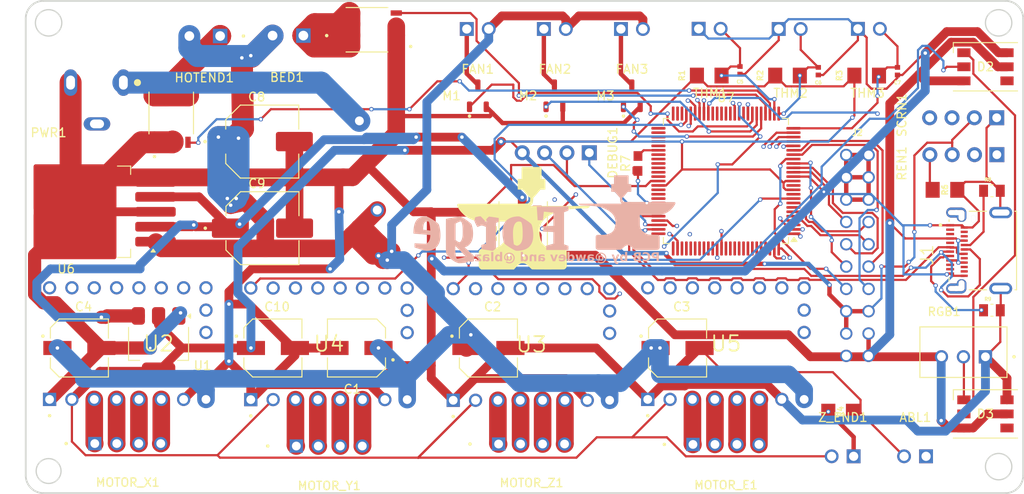
<source format=kicad_pcb>
(kicad_pcb (version 20240108) (generator "pcbnew") (generator_version "8.0")
  (layers (0 "F.Cu" signal) (1 "In1.Cu" signal) (2 "In2.Cu" signal) (31 "B.Cu" signal) (34 "B.Paste" user) (35 "F.Paste" user) (36 "B.SilkS" user "B.Silkscreen") (37 "F.SilkS" user "F.Silkscreen") (38 "B.Mask" user) (39 "F.Mask" user) (44 "Edge.Cuts" user))
  (net 0 "")
  (net 2 "ABL")
  (net 7 "T2")
  (net 12 "T1")
  (net 17 "T0")
  (net 21 "GNDREF")
  (net 22 "FAN1")
  (net 23 "FAN2")
  (net 24 "FAN3")
  (net 25 "HOTEND")
  (net 26 "BED")
  (net 27 "Z_END")
  (net 28 "EN_BTN")
  (net 29 "UART_TX")
  (net 30 "UART_RX")
  (net 31 "+3V3")
  (net 32 "VCC")
  (net 33 "Net-(FAN1-Pad1)")
  (net 34 "Net-(FAN2-Pad1)")
  (net 35 "Net-(FAN3-Pad1)")
  (net 36 "EN_REV")
  (net 37 "EN_FOR")
  (net 38 "SCRN_SCL")
  (net 39 "SCRN_SDA")
  (net 40 "DIR_M4")
  (net 41 "Net-(U3-M1A)")
  (net 42 "Net-(U3-M2A)")
  (net 43 "Net-(U2-M1A)")
  (net 44 "Net-(U2-M2A)")
  (net 45 "Net-(U4-M1A)")
  (net 46 "Net-(U4-M2A)")
  (net 47 "Net-(U5-M1B)")
  (net 48 "Net-(U5-M2B)")
  (net 49 "Net-(U5-M2A)")
  (net 50 "Net-(U5-M1A)")
  (net 51 "Net-(U2-M1B)")
  (net 52 "Net-(U2-M2B)")
  (net 53 "Net-(U3-M1B)")
  (net 54 "Net-(U3-M2B)")
  (net 55 "Net-(U4-M1B)")
  (net 56 "Net-(U4-M2B)")
  (net 57 "Net-(BED1-Pad01)")
  (net 58 "Net-(HOTEND1-Pad01)")
  (net 60 "DIR_M1")
  (net 63 "STEP_M1")
  (net 66 "EN_M1")
  (net 67 "STEP_M3")
  (net 68 "STEP_M4")
  (net 69 "EN_M4")
  (net 70 "DIR_M2")
  (net 71 "STEP_M2")
  (net 72 "EN_M3")
  (net 73 "DIAG_M3")
  (net 74 "DIAG_M4")
  (net 75 "DIR_M3")
  (net 76 "EN_M2")
  (net 77 "DIAG_M2")
  (net 78 "DIAG_M1")
  (net 79 "Net-(F1-Pad1)")
  (net 80 "SWDIO")
  (net 81 "SWCLK")
  (net 82 "USB_DP")
  (net 83 "USB_DM")
  (net 84 "+5V")
  (net 85 "Net-(D1-DOUT)")
  (net 87 "NEOPIXEL_DIN")
  (net 88 "Net-(D2-DOUT)")
  (net 90 "NEOPIXEL_DOUT")
  (net 96 "Net-(J1-CC1)")
  (net 97 "Net-(J1-CC2)")
  (net 146 "PF5")
  (net 147 "PF0")
  (net 148 "PF2")
  (net 149 "PF3")
  (net 150 "PF4")
  (net 151 "PE5")
  (net 152 "PE4")
  (net 153 "PF1")
  (footprint "TMC2209_SILENTSTEPSTICK:MODULE_TMC2209_SILENTSTEPSTICK" (layer "F.Cu") (at 180 111 90)
    (property "Reference" "U5")
    (property "Value" "TMC2209_SILENTSTEPSTICK" (hide yes))
  )
  (footprint "RMCF0805JT5K10:RESC2012X65N" (layer "F.Cu") (at 210.2375 93.609251)
    (property "Reference" "R8")
    (property "Value" "RMCF0805JT5K10" (hide yes))
  )
  (footprint "B4B-XH-A:JST_B4B-XH-A" (layer "F.Cu") (at 112 122.9 180)
    (property "Reference" "MOTOR_X1")
    (property "Value" "B4B-XH-A" (hide yes))
  )
  (footprint "GCM155R71H104KE02J:CAPC1005X55N" (layer "F.Cu") (at 199.5 80 -90)
    (property "Reference" "C7")
    (property "Value" "GCM155R71H104KE02J" (hide yes))
  )
  (footprint "PinHeader:PinHeader_1x04_P2.54mm_Vertical" (layer "F.Cu") (at 210.8 89.5 -90)
    (property "Reference" "REN1")
    (property "Value" "PEC11H-4015F-S0016" (hide yes))
  )
  (footprint "EEEFT1V101AP:CAP_EEEFT1V101AP" (layer "F.Cu") (at 174.5 111.5)
    (property "Reference" "C3")
    (property "Value" "EEEFT1V101AP" (hide yes))
  )
  (footprint "IRFH7440TRPBF:TRANS_FDMS86202" (layer "F.Cu") (at 139.8524 75.2856 180)
    (property "Reference" "Q2" (hide yes))
    (property "Value" "~" (hide yes))
  )
  (footprint "PJ-102B:CUI_PJ-102B" (layer "F.Cu") (at 105 81.3 180)
    (property "Reference" "PWR1")
    (property "Value" "PJ-102B" (hide yes))
  )
  (footprint "B2B-XH-A:JST_B2B-XH-A" (layer "F.Cu") (at 187.25 75.725 180)
    (property "Reference" "THM2")
    (property "Value" "B2B-XH-A" (hide yes))
  )
  (footprint "B2B-XH-A:JST_B2B-XH-A" (layer "F.Cu") (at 193.2675 123.300001)
    (property "Reference" "Z_END1")
    (property "Value" "B2B-XH-A" (hide yes))
  )
  (footprint "AO3400A:SOT95P280X125-3N" (layer "F.Cu") (at 151.8 82.8 90)
    (property "Reference" "M1")
    (property "Value" "AO3400A" (hide yes))
  )
  (footprint "IRFH7440TRPBF:TRANS_FDMS86202" (layer "F.Cu") (at 116.9416 85.4202 90)
    (property "Reference" "Q1" (hide yes))
    (property "Value" "~")
  )
  (footprint "B2B-XH-A:JST_B2B-XH-A" (layer "F.Cu") (at 151.7875 75.725001 180)
    (property "Reference" "FAN1")
    (property "Value" "B2B-XH-A" (hide yes))
  )
  (footprint "LED_SMD:LED_WS2812_PLCC6_5.0x5.0mm_P1.6mm" (layer "F.Cu") (at 209.5 79.5)
    (property "Reference" "D2")
    (property "Value" "WS2812" (hide yes))
  )
  (footprint "AO3400A:SOT95P280X125-3N" (layer "F.Cu") (at 160.5 82.8 90)
    (property "Reference" "M2")
    (property "Value" "AO3400A" (hide yes))
  )
  (footprint "b3b-xh-a:JST_B3B-XH-A" (layer "F.Cu") (at 207 111.975)
    (property "Reference" "RGB1")
    (property "Value" "B3B-XH-A")
  )
  (footprint "TMC2209_SILENTSTEPSTICK:MODULE_TMC2209_SILENTSTEPSTICK" (layer "F.Cu") (at 157.8864 111.0996 90)
    (property "Reference" "U3")
    (property "Value" "TMC2209_SILENTSTEPSTICK" (hide yes))
  )
  (footprint "B4B-XH-A:JST_B4B-XH-A" (layer "F.Cu") (at 134.9086 123.1816 180)
    (property "Reference" "MOTOR_Y1")
    (property "Value" "B4B-XH-A" (hide yes))
  )
  (footprint "RC1206JR-134K7L:RESC3216X65" (layer "F.Cu") (at 193.037001 118.745)
    (property "Reference" "R4")
    (property "Value" "RC1206JR-134K7L" (hide yes))
  )
  (footprint "Phoenix 1751248:PHOENIX_1751248" (layer "F.Cu") (at 124.5 72.4 180)
    (property "Reference" "HOTEND1")
    (property "Value" "1751248" (hide yes))
  )
  (footprint "LED_SMD:LED_WS2812_PLCC6_5.0x5.0mm_P1.6mm" (layer "F.Cu") (at 209.5 119)
    (property "Reference" "D3")
    (property "Value" "WS2812" (hide yes))
  )
  (footprint "EEEFT1V101AP:CAP_EEEFT1V101AP" (layer "F.Cu") (at 138 111.5 180)
    (property "Reference" "C1")
    (property "Value" "EEEFT1V101AP" (hide yes))
  )
  (footprint "B2B-XH-A:JST_B2B-XH-A" (layer "F.Cu") (at 160.55 75.725001 180)
    (property "Reference" "FAN2")
    (property "Value" "B2B-XH-A" (hide yes))
  )
  (footprint "2x10_tht:PinBox-2.54-02x10-THT" (layer "F.Cu") (at 194.945 100.965 180)
    (property "Reference" "J2")
    (property "Value" "Conn_02x10_Odd_Even" (hide yes))
  )
  (footprint "RC1206JR-134K7L:RESC3216X65" (layer "F.Cu") (at 178.100001 80.5)
    (property "Reference" "R1")
    (property "Value" "RC1206JR-134K7L" (hide yes))
  )
  (footprint "Phoenix 1751248:PHOENIX_1751248" (layer "F.Cu") (at 133.9625 72.35 180)
    (property "Reference" "BED1")
    (property "Value" "1751248" (hide yes))
  )
  (footprint "Package_TO_SOT_SMD:SOT-223-3_TabPin2" (layer "F.Cu") (at 115.5 111 -90)
    (property "Reference" "U1")
    (property "Value" "AMS1117-3.3" (hide yes))
  )
  (footprint "EEEFT1V101AP:CAP_EEEFT1V101AP" (layer "F.Cu") (at 153 111.5)
    (property "Reference" "C2")
    (property "Value" "EEEFT1V101AP" (hide yes))
  )
  (footprint "UWT1V101MCL1GS:CAPAE830X1000N" (layer "F.Cu") (at 127.3121 97.8662)
    (property "Reference" "C9")
    (property "Value" "UWT1V331MNL1GS" (hide yes))
  )
  (footprint "RC1206JR-134K7L:RESC3216X65" (layer "F.Cu") (at 196 80.5)
    (property "Reference" "R3")
    (property "Value" "RC1206JR-134K7L" (hide yes))
  )
  (footprint "RC0603FR-131KL:0603" (layer "F.Cu") (at 170 90.5 -90)
    (property "Reference" "R7")
    (property "Value" "RC0603FR-131KL" (hide yes))
  )
  (footprint "AO3400A:SOT95P280X125-3N" (layer "F.Cu") (at 169.3 82.8 90)
    (property "Reference" "M3")
    (property "Value" "AO3400A" (hide yes))
  )
  (footprint "PinHeader:PinHeader_1x04_P2.54mm_Vertical" (layer "F.Cu") (at 164.465 89.281 -90)
    (property "Reference" "DEBUG1")
    (property "Value" "Conn_01x04_Pin" (hide yes))
  )
  (footprint "PinHeader:PinHeader_1x04_P2.54mm_Vertical" (layer "F.Cu") (at 210.78 85.3 -90)
    (property "Reference" "SCRN1")
    (property "Value" "SSD1306" (hide yes))
  )
  (footprint "TMC2209_SILENTSTEPSTICK:MODULE_TMC2209_SILENTSTEPSTICK" (layer "F.Cu") (at 134.874 111.0234 90)
    (property "Reference" "U4")
    (property "Value" "TMC2209_SILENTSTEPSTICK" (hide yes))
  )
  (footprint "LOGO" (layer "F.Cu") (at 156.9 97.8)
    (property "Reference" "G***" (hide yes))
    (property "Value" "LOGO" (hide yes))
  )
  (footprint "B2B-XH-A:JST_B2B-XH-A" (layer "F.Cu") (at 201.5 123.300001)
    (property "Reference" "ABL1")
    (property "Value" "B2B-XH-A" (hide yes))
  )
  (footprint "B4B-XH-A:JST_B4B-XH-A" (layer "F.Cu") (at 157.9064 122.953 180)
    (property "Reference" "MOTOR_Z1")
    (property "Value" "B4B-XH-A" (hide yes))
  )
  (footprint "DX07S024JJ3R1300:JAE_DX07S024JJ3R1300" (layer "F.Cu") (at 208.1875 100.409251 90)
    (property "Reference" "J1")
    (property "Value" "DX07S024JJ3R1300" (hide yes))
    (fp_line (start 4.02 -2.65) (end 4.02 -1.75) (stroke (width 0.01)) (layer "Edge.Cuts"))
    (fp_line (start -4.02 -2.65) (end -4.02 -1.75) (stroke (width 0.01)) (layer "Edge.Cuts"))
    (fp_line (start 4.02 -1.75) (end 3.72 -1.75) (stroke (width 0.01)) (layer "Edge.Cuts"))
    (fp_line (start -4.02 -1.75) (end -3.72 -1.75) (stroke (width 0.01)) (layer "Edge.Cuts"))
    (fp_line (start 4.62 -1.4) (end 4.62 -2.65) (stroke (width 0.01)) (layer "Edge.Cuts"))
    (fp_line (start -4.62 -1.4) (end -4.62 -2.65) (stroke (width 0.01)) (layer "Edge.Cuts"))
    (fp_line (start 3.72 -1.05) (end 4.27 -1.05) (stroke (width 0.01)) (layer "Edge.Cuts"))
    (fp_line (start -3.72 -1.05) (end -4.27 -1.05) (stroke (width 0.01)) (layer "Edge.Cuts"))
    (fp_line (start 3.425 -0.315) (end 3.775 -0.315001) (stroke (width 0.01)) (layer "Edge.Cuts"))
    (fp_line (start 3.8 0.185) (end 3.425 0.185) (stroke (width 0.01)) (layer "Edge.Cuts"))
    (fp_arc (start 4.32 -2.95) (mid 4.532132 -2.862132) (end 4.62 -2.65) (stroke (width 0.01)) (layer "Edge.Cuts"))
    (fp_arc (start -4.32 -2.95) (mid -4.107868 -2.862132) (end -4.02 -2.65) (stroke (width 0.01)) (layer "Edge.Cuts"))
    (fp_arc (start 4.02 -2.65) (mid 4.107868 -2.862132) (end 4.32 -2.95) (stroke (width 0.01)) (layer "Edge.Cuts"))
    (fp_arc (start -4.62 -2.65) (mid -4.532132 -2.862132) (end -4.32 -2.95) (stroke (width 0.01)) (layer "Edge.Cuts"))
    (fp_arc (start -3.72 -1.75) (mid -3.37 -1.4) (end -3.72 -1.05) (stroke (width 0.01)) (layer "Edge.Cuts"))
    (fp_arc (start 4.62 -1.4) (mid 4.517487 -1.152513) (end 4.27 -1.05) (stroke (width 0.01)) (layer "Edge.Cuts"))
    (fp_arc (start 3.72 -1.05) (mid 3.37 -1.4) (end 3.72 -1.75) (stroke (width 0.01)) (layer "Edge.Cuts"))
    (fp_arc (start -4.27 -1.05) (mid -4.517487 -1.152513) (end -4.62 -1.4) (stroke (width 0.01)) (layer "Edge.Cuts"))
    (fp_arc (start 3.775 -0.315001) (mid 3.951777 -0.241777) (end 4.025 -0.065) (stroke (width 0.01)) (layer "Edge.Cuts"))
    (fp_arc (start 3.175 -0.065) (mid 3.248223 -0.241777) (end 3.425 -0.315) (stroke (width 0.01)) (layer "Edge.Cuts"))
    (fp_arc (start 4.025 -0.064999) (mid 3.960468 0.103174) (end 3.8 0.185) (stroke (width 0.01)) (layer "Edge.Cuts"))
    (fp_arc (start 3.425 0.185) (mid 3.248223 0.111777) (end 3.175 -0.065) (stroke (width 0.01)) (layer "Edge.Cuts"))
  )
  (footprint "EEEFN1C221XP:CAP_EEEFN1C221XP" (layer "F.Cu") (at 128.5 111.5)
    (property "Reference" "C10")
    (property "Value" "EEEFN1C221XP" (hide yes))
  )
  (footprint "TMC2209_SILENTSTEPSTICK:MODULE_TMC2209_SILENTSTEPSTICK" (layer "F.Cu") (at 112 111 90)
    (property "Reference" "U2")
    (property "Value" "TMC2209_SILENTSTEPSTICK" (hide yes))
  )
  (footprint "Package_TO_SOT_SMD:TO-263-5_TabPin3" (layer "F.Cu") (at 107.5 96 180)
    (property "Reference" "U6")
    (property "Value" "LM2576HVS-5" (hide yes))
  )
  (footprint "Package_QFP:LQFP-100_14x14mm_P0.5mm" (layer "F.Cu") (at 180 92.5 180)
    (property "Reference" "U7")
    (property "Value" "STM32G0B1VETx" (hide yes))
  )
  (footprint "RC1206JR-134K7L:RESC3216X65" (layer "F.Cu") (at 187 80.5)
    (property "Reference" "R2")
    (property "Value" "RC1206JR-134K7L" (hide yes))
  )
  (footprint "LED_SMD:LED_WS2812_PLCC6_5.0x5.0mm_P1.6mm" (layer "F.Cu") (at 156.95 98.5 90)
    (property "Reference" "D1")
    (property "Value" "WS2812")
  )
  (footprint "B2B-XH-A:JST_B2B-XH-A" (layer "F.Cu") (at 169.3125 75.725001 180)
    (property "Reference" "FAN3")
    (property "Value" "B2B-XH-A" (hide yes))
  )
  (footprint "B2B-XH-A:JST_B2B-XH-A" (layer "F.Cu") (at 196.25 75.705001 180)
    (property "Reference" "THM3")
    (property "Value" "B2B-XH-A" (hide yes))
  )
  (footprint "GCM155R71H104KE02J:CAPC1005X55N" (layer "F.Cu") (at 181.6 79.9 -90)
    (property "Reference" "C5")
    (property "Value" "GCM155R71H104KE02J" (hide yes))
  )
  (footprint "RC1206JR-134K7L:RESC3216X65" (layer "F.Cu") (at 204.899999 93.5)
    (property "Reference" "R6")
    (property "Value" "RC1206JR-134K7L" (hide yes))
  )
  (footprint "RMCF0805JT5K10:RESC2012X65N" (layer "F.Cu") (at 210.2375 107.209251)
    (property "Reference" "R9")
    (property "Value" "RMCF0805JT5K10" (hide yes))
  )
  (footprint "B2B-XH-A:JST_B2B-XH-A" (layer "F.Cu") (at 178.15 75.7 180)
    (property "Reference" "THM1")
    (property "Value" "B2B-XH-A" (hide yes))
  )
  (footprint "B4B-XH-A:JST_B4B-XH-A" (layer "F.Cu") (at 180 123 180)
    (property "Reference" "MOTOR_E1")
    (property "Value" "B4B-XH-A" (hide yes))
  )
  (footprint "UWT1V101MCL1GS:CAPAE830X1000N" (layer "F.Cu") (at 127.2867 88.011)
    (property "Reference" "C8")
    (property "Value" "UWT1V101MCL1GS" (hide yes))
  )
  (footprint "GCM155R71H104KE02J:CAPC1005X55N" (layer "F.Cu") (at 190.5 80 -90)
    (property "Reference" "C6")
    (property "Value" "GCM155R71H104KE02J" (hide yes))
  )
  (footprint "EEEFT1V101AP:CAP_EEEFT1V101AP" (layer "F.Cu") (at 106.5 111.5)
    (property "Reference" "C4")
    (property "Value" "EEEFT1V101AP" (hide yes))
  )
  (footprint "LOGO" (layer "B.Cu") (at 159.361128 96.850732 180)
    (property "Reference" "G***" (hide yes))
    (property "Value" "LOGO" (hide yes))
  )
  (footprint "RUEF900:FUSRR1015W81L2410T300H2900" (layer "B.Cu") (at 139.3444 90.7288 -90)
    (property "Reference" "F1" (hide yes))
    (property "Value" "RUEF900" (hide yes))
  )
  (gr_line (start 211.775735 128.014215) (end 102.414213 128.014213) (stroke (width 0.2)) (layer "Edge.Cuts"))
  (gr_line (start 100.4 74.014214) (end 100.4 126) (stroke (width 0.2)) (layer "Edge.Cuts"))
  (gr_arc (start 211.775736 72.000002) (mid 213.199993 72.589953) (end 213.789949 74.014215) (stroke (width 0.2)) (layer "Edge.Cuts"))
  (gr_arc (start 102.414213 128.014213) (mid 100.989949 127.424264) (end 100.4 126) (stroke (width 0.2)) (layer "Edge.Cuts"))
  (gr_circle (center 103 125.5) (end 104 126.5) (stroke (width 0.15)) (fill none) (layer "Edge.Cuts"))
  (gr_circle (center 211 125) (end 212.5 125) (stroke (width 0.15)) (fill none) (layer "Edge.Cuts"))
  (gr_line (start 213.789949 74.014215) (end 213.789949 126.000001) (stroke (width 0.2)) (layer "Edge.Cuts"))
  (gr_line (start 211.775736 72.000002) (end 102.414214 72) (stroke (width 0.2)) (layer "Edge.Cuts"))
  (gr_arc (start 100.4 74.014214) (mid 100.98995 72.58995) (end 102.414214 72) (stroke (width 0.2)) (layer "Edge.Cuts"))
  (gr_circle (center 211 74.5) (end 212.5 74.5) (stroke (width 0.15)) (fill none) (layer "Edge.Cuts"))
  (gr_arc (start 213.789949 126.000001) (mid 213.199999 127.424265) (end 211.775735 128.014215) (stroke (width 0.2)) (layer "Edge.Cuts"))
  (gr_circle (center 103 74.5) (end 104.5 74.5) (stroke (width 0.15)) (fill none) (layer "Edge.Cuts"))
  (gr_text "PCB by @awdev and @blaze" (at 172.5 101.8 0) (layer "B.SilkS") (effects (font (size 1 1) (thickness 0.25) (bold yes)) (justify left bottom mirror)))
  (segment (start 179.5 100.175) (end 179.5 98.22) (width 0.25) (layer "F.Cu") (net 2))
  (segment (start 179.5 98.22) (end 179.488913 98.208913) (width 0.25) (layer "F.Cu") (net 2))
  (via (at 179.488913 98.208913) (size 0.5) (drill 0.3) (layers "F.Cu" "B.Cu") (net 2))
  (segment (start 181.6 79.468) (end 180.532 79.468) (width 0.25) (layer "F.Cu") (net 7))
  (segment (start 185.505377 83.185) (end 185.5 83.190377) (width 0.25) (layer "F.Cu") (net 7))
  (segment (start 185.5 83.190377) (end 185.5 84.825) (width 0.25) (layer "F.Cu") (net 7))
  (segment (start 180.532 79.468) (end 179.5 80.5) (width 0.25) (layer "F.Cu") (net 7))
  (segment (start 181.6 77.375) (end 179.4 75.175) (width 0.25) (layer "F.Cu") (net 7))
  (segment (start 181.6 79.468) (end 181.6 77.375) (width 0.25) (layer "F.Cu") (net 7))
  (via (at 179.5 80.5) (size 0.5) (drill 0.3) (layers "F.Cu" "B.Cu") (net 7))
  (via (at 185.505377 83.185) (size 0.5) (drill 0.3) (layers "F.Cu" "B.Cu") (net 7))
  (segment (start 185.505377 83.185) (end 184.906886 83.185) (width 0.25) (layer "B.Cu") (net 7))
  (segment (start 184.906886 83.185) (end 182.221886 80.5) (width 0.25) (layer "B.Cu") (net 7))
  (segment (start 182.221886 80.5) (end 179.5 80.5) (width 0.25) (layer "B.Cu") (net 7))
  (segment (start 188.5 75.2) (end 188.5 77.568) (width 0.25) (layer "F.Cu") (net 12))
  (segment (start 188.5 77.568) (end 190.5 79.568) (width 0.25) (layer "F.Cu") (net 12))
  (segment (start 186.552 84.825) (end 186.563 84.836) (width 0.25) (layer "F.Cu") (net 12))
  (segment (start 189.331999 79.568) (end 188.399999 80.5) (width 0.25) (layer "F.Cu") (net 12))
  (segment (start 190.5 79.568) (end 189.331999 79.568) (width 0.25) (layer "F.Cu") (net 12))
  (segment (start 186 84.825) (end 186.552 84.825) (width 0.25) (layer "F.Cu") (net 12))
  (via (at 186.563 84.836) (size 0.5) (drill 0.3) (layers "F.Cu" "B.Cu") (net 12))
  (via (at 188.399999 80.5) (size 0.5) (drill 0.3) (layers "F.Cu" "B.Cu") (net 12))
  (segment (start 188.399999 82.999001) (end 188.399999 80.5) (width 0.25) (layer "B.Cu") (net 12))
  (segment (start 186.563 84.836) (end 188.399999 82.999001) (width 0.25) (layer "B.Cu") (net 12))
  (segment (start 197.231 83.585396) (end 197.231 82.804) (width 0.25) (layer "F.Cu") (net 17))
  (segment (start 194.316396 86.5) (end 197.231 83.585396) (width 0.25) (layer "F.Cu") (net 17))
  (segment (start 199.5 79.568) (end 199.5 77.180001) (width 0.25) (layer "F.Cu") (net 17))
  (segment (start 198.331999 79.568) (end 199.5 79.568) (width 0.25) (layer "F.Cu") (net 17))
  (segment (start 199.5 77.180001) (end 197.5 75.180001) (width 0.25) (layer "F.Cu") (net 17))
  (segment (start 187.675 86.5) (end 194.316396 86.5) (width 0.25) (layer "F.Cu") (net 17))
  (segment (start 197.399999 80.5) (end 198.331999 79.568) (width 0.25) (layer "F.Cu") (net 17))
  (via (at 197.231 82.804) (size 0.5) (drill 0.3) (layers "F.Cu" "B.Cu") (net 17))
  (via (at 197.358 80.645) (size 0.5) (drill 0.3) (layers "F.Cu" "B.Cu") (net 17))
  (segment (start 197.231 82.804) (end 197.231 80.772) (width 0.25) (layer "B.Cu") (net 17))
  (segment (start 197.231 80.772) (end 197.358 80.645) (width 0.25) (layer "B.Cu") (net 17))
  (segment (start 195.299998 117.5) (end 195.299998 117.4) (width 0.25) (layer "F.Cu") (net 21))
  (segment (start 211.2375 104.729251) (end 211.2375 107.159251) (width 0.25) (layer "F.Cu") (net 21))
  (segment (start 155.575 92.494) (end 152.019 96.05) (width 0.25) (layer "F.Cu") (net 21))
  (segment (start 210.1725 92.594251) (end 211.1875 93.609251) (width 0.25) (layer "F.Cu") (net 21))
  (segment (start 155.5 111.5) (end 165.26 111.5) (width 1) (layer "F.Cu") (net 21))
  (segment (start 125.2646 114.9) (end 125.984 115.6194) (width 1) (layer "F.Cu") (net 21))
  (segment (start 130.8621 92.6) (end 130.9621 92.5) (width 1) (layer "F.Cu") (net 21))
  (segment (start 161.449999 84.055) (end 161.449999 85.892401) (width 0.5) (layer "F.Cu") (net 21))
  (segment (start 131 111.5) (end 133.5 111.5) (width 1) (layer "F.Cu") (net 21))
  (segment (start 205.7375 103.284251) (end 205.4875 103.034251) (width 0.25) (layer "F.Cu") (net 21))
  (segment (start 170.882236 93.075) (end 162.798 93.075) (width 0.25) (layer "F.Cu") (net 21))
  (segment (start 153.4735 84.7785) (end 152.749999 84.055) (width 0.5) (layer "F.Cu") (net 21))
  (segment (start 171.11 117.35) (end 172.642082 115.817918) (width 1) (layer "F.Cu") (net 21))
  (segment (start 136 96) (end 136 92.575) (width 1) (layer "F.Cu") (net 21))
  (segment (start 161.7598 114.973) (end 162.1434 115.3566) (width 1) (layer "F.Cu") (net 21))
  (segment (start 196.215 92.075) (end 196.215 89.535) (width 0.5) (layer "F.Cu") (net 21))
  (segment (start 211.1875 107.209251) (end 211.1875 110.8125) (width 0.25) (layer "F.Cu") (net 21))
  (segment (start 125.984 117.3734) (end 127.684 115.6734) (width 1) (layer "F.Cu") (net 21))
  (segment (start 142.5224 75.9206) (end 142.5224 85.217) (width 2) (layer "F.Cu") (net 21))
  (segment (start 207.0875 97.784251) (end 206.8375 97.534251) (width 0.25) (layer "F.Cu") (net 21))
  (segment (start 109.05 92.6) (end 108.425 93.225) (width 1) (layer "F.Cu") (net 21))
  (segment (start 161.925 89.281) (end 161.925 92.202) (width 0.25) (layer "F.Cu") (net 21))
  (segment (start 105.5 81.3) (end 105.5 95.5) (width 2.5) (layer "F.Cu") (net 21))
  (segment (start 211.95 117.4) (end 211.95 114.95) (width 1) (layer "F.Cu") (net 21))
  (segment (start 195.299998 117.4) (end 192.151 114.251002) (width 0.25) (layer "F.Cu") (net 21))
  (segment (start 165.26 111.5) (end 169.1166 115.3566) (width 1) (layer "F.Cu") (net 21))
  (segment (start 139.063765 90.563765) (end 137.552529 92.075) (width 2) (layer "F.Cu") (net 21))
  (segment (start 102.40418 106.354) (end 101.406 105.35582) (width 1.5) (layer "F.Cu") (net 21))
  (segment (start 123.5 106.5) (end 123.5 105.101133) (width 1) (layer "F.Cu") (net 21))
  (segment (start 142.5 113.5) (end 146.5 113.5) (width 1) (layer "F.Cu") (net 21))
  (segment (start 162.1434 115.3566) (end 169.1166 115.3566) (width 1) (layer "F.Cu") (net 21))
  (segment (start 155.575 90.678) (end 155.575 92.494) (width 0.25) (layer "F.Cu") (net 21))
  (segment (start 123.5 113) (end 121.6 114.9) (width 1) (layer "F.Cu") (net 21))
  (segment (start 206.8375 97.534251) (end 205.4875 97.534251) (width 0.25) (layer "F.Cu") (net 21))
  (segment (start 210.997056 77.9) (end 208.597056 75.5) (width 1) (layer "F.Cu") (net 21))
  (segment (start 148.9964 117.4496) (end 146.5 114.9532) (width 1) (layer "F.Cu") (net 21))
  (segment (start 103.11 117.35) (end 103.15 117.35) (width 1.5) (layer "F.Cu") (net 21))
  (segment (start 202.537528 77.944472) (end 202.658472 77.944472) (width 0.25) (layer "F.Cu") (net 21))
  (segment (start 206.299998 93.5) (end 207.205747 92.594251) (width 0.25) (layer "F.Cu") (net 21))
  (segment (start 172.642082 115.817918) (end 175.317919 115.817918) (width 1) (layer "F.Cu") (net 21))
  (segment (start 133.5 111.5) (end 135.5 111.5) (width 1) (layer "F.Cu") (net 21))
  (segment (start 127.684 115.6734) (end 139.524 115.6734) (width 1) (layer "F.Cu") (net 21))
  (segment (start 137.552529 92.075) (end 136.5 92.075) (width 2) (layer "F.Cu") (net 21))
  (segment (start 169.1166 115.3566) (end 171.11 117.35) (width 1) (layer "F.Cu") (net 21))
  (segment (start 196 81.450001) (end 196 76.180001) (width 0.25) (layer "F.Cu") (net 21))
  (segment (start 171.15 117.35) (end 171.11 117.35) (width 1) (layer "F.Cu") (net 21))
  (segment (start 136 92.575) (end 136.5 92.075) (width 1) (layer "F.Cu") (net 21))
  (segment (start 151.473 114.973) (end 154.946 111.5) (width 1) (layer "F.Cu") (net 21))
  (segment (start 208.7475 95.947502) (end 206.299998 93.5) (width 0.25) (layer "F.Cu") (net 21))
  (segment (start 125.2646 114.7646) (end 125.2646 114.9) (width 1) (layer "F.Cu") (net 21))
  (segment (start 114.548 111.5) (end 114.554 111.506) (width 1.5) (layer "F.Cu") (net 21))
  (segment (start 115.15 96) (end 106 96) (width 1) (layer "F.Cu") (net 21))
  (segment (start 125.754333 106.5) (end 130.754333 111.5) (width 1) (layer "F.Cu") (net 21))
  (segment (start 170.249999 84.055) (end 168.404999 85.9) (width 0.5) (layer "F.Cu") (net 21))
  (segment (start 205.102944 75.5) (end 202.658472 77.944472) (width 1) (layer "F.Cu") (net 21))
  (segment (start 146.5 114.9532) (end 146.5 113.5) (width 1) (layer "F.Cu") (net 21))
  (segment (start 117.0148 88.0902) (end 117.0916 88.0134) (width 2.5) (layer "F.Cu") (net 21))
  (segment (start 171.457236 92.5) (end 170.882236 93.075) (width 0.25) (layer "F.Cu") (net 21))
  (segment (start 198.249999 82) (end 196.549999 82) (width 0.25) (layer "F.Cu") (net 21))
  (segment (start 160.401 90.678) (end 155.575 90.678) (width 0.25) (layer "F.Cu") (net 21))
  (segment (start 162.56 92.837) (end 160.401 90.678) (width 0.25) (layer "F.Cu") (net 21))
  (segment (start 103.854 106.354) (end 102.40418 106.354) (width 1.5) (layer "F.Cu") (net 21))
  (segment (start 211.95 114.95) (end 209.5 112.5) (width 1) (layer "F.Cu") (net 21))
  (segment (start 142.6294 85.11) (end 142.5224 85.217) (width 0.5) (layer "F.Cu") (net 21))
  (segment (start 203.201749 97.534251) (end 203.2 97.536) (width 0.25) (layer "F.Cu") (net 21))
  (segment (start 139.9253 116.0747) (end 142.5 113.5) (width 1) (layer "F.Cu") (net 21))
  (segment (start 154.946 111.5) (end 155.5 111.5) (width 1) (layer "F.Cu") (net 21))
  (segment (start 115.0366 88.0902) (end 113.5598 88.0902) (width 2.5) (layer "F.Cu") (net 21))
  (segment (start 177 111.5) (end 171.15 117.35) (width 1) (layer "F.Cu") (net 21))
  (segment (start 195.299998 118.874999) (end 200.25 123.825001) (width 0.25) (layer "F.Cu") (net 21))
  (segment (start 199.5 80.749999) (end 198.249999 82) (width 0.25) (layer "F.Cu") (net 21))
  (segment (start 162.798 93.075) (end 162.56 92.837) (width 0.25) (layer "F.Cu") (net 21))
  (segment (start 105.5 95.5) (end 106 96) (width 2.5) (layer "F.Cu") (net 21))
  (segment (start 211.95 77.9) (end 210.997056 77.9) (width 1) (layer "F.Cu") (net 21))
  (segment (start 207.0875 97.784251) (end 208.031384 97.784251) (width 0.25) (layer "F.Cu") (net 21))
  (segment (start 109.575 92.075) (end 108.425 93.225) (width 2) (layer "F.Cu") (net 21))
  (segment (start 115.15 92.6) (end 130.8621 92.6) (width 1) (layer "F.Cu") (net 21))
  (segment (start 142.5224 87.105129) (end 139.063765 90.563765) (width 2) (layer "F.Cu") (net 21))
  (segment (start 126.101133 102.5) (end 135 102.5) (width 1) (layer "F.Cu") (net 21))
  (segment (start 195.299998 117.5) (end 195.299998 118.874999) (width 0.25) (layer "F.Cu") (net 21))
  (segment (start 125.984 115.6194) (end 125.984 117.3734) (width 1) (layer "F.Cu") (net 21))
  (segment (start 211.1875 93.609251) (end 209.625 92.046751) (width 0.25) (layer "F.Cu") (net 21))
  (segment (start 154.594999 85.9) (end 153.4735 84.7785) (width 0.5) (layer "F.Cu") (net 21))
  (segment (start 172.325 92.5) (end 171.457236 92.5) (width 0.25) (layer "F.Cu") (net 21))
  (segment (start 193.675 92.075) (end 196.215 92.075) (width 0.5) (layer "F.Cu") (net 21))
  (segment (start 123.5 105.101133) (end 126.101133 102.5) (width 1) (layer "F.Cu") (net 21))
  (segment (start 115.15 92.6) (end 109.05 92.6) (width 1) (layer "F.Cu") (net 21))
  (segment (start 155.35 96.05) (end 152.019 96.05) (width 1) (layer "F.Cu") (net 21))
  (segment (start 103.15 117.35) (end 109 111.5) (width 1.5) (layer "F.Cu") (net 21))
  (segment (start 211.1875 93.609251) (end 211.1875 96.039251) (width 0.25) (layer "F.Cu") (net 21))
  (segment (start 182.15 80.332) (end 186 76.482) (width 0.25) (layer "F.Cu") (net 21))
  (segment (start 130.9367 92.0117) (end 130.9367 88.011) (width 2) (layer "F.Cu") (net 21))
  (segment (start 168.404999 85.9) (end 161.4424 85.9) (width 0.5) (layer "F.Cu") (net 21))
  (segment (start 146.55 96.05) (end 146.5 96) (width 1) (layer "F.Cu") (net 21))
  (segment (start 161.925 92.202) (end 162.56 92.837) (width 0.25) (layer "F.Cu") (net 21))
  (segment (start 121.6 114.9) (end 120.8 114.9) (width 1) (layer "F.Cu") (net 21))
  (segment (start 208.031384 97.784251) (end 208.7475 97.068135) (width 0.25) (layer "F.Cu") (net 21))
  (segment (start 136.5 92.075) (end 131 92.075) (width 2) (layer "F.Cu") (net 21))
  (segment (start 209.625 86.455) (end 210.78 85.3) (width 0.25) (layer "F.Cu") (net 21))
  (segment (start 187.675 92) (end 189.409 92) (width 0.25) (layer "F.Cu") (net 21))
  (segment (start 153.142 85.11) (end 142.6294 85.11) (width 0.5) (layer "F.Cu") (net 21))
  (segment (start 113.5598 88.0902) (end 108.425 93.225) (width 2.5) (layer "F.Cu") (net 21))
  (segment (start 209.625 92.046751) (end 209.625 86.455) (width 0.25) (layer "F.Cu") (net 21))
  (segment (start 207.205747 92.594251) (end 210.1725 92.594251) (width 0.25) (layer "F.Cu") (net 21))
  (segment (start 131 112.3574) (end 125.984 117.3734) (width 1) (layer "F.Cu") (net 21))
  (segment (start 142.5224 75.9206) (end 142.5224 74.8856) (width 2) (layer "F.Cu") (net 21))
  (segment (start 175.485837 115.65) (end 184.65 115.65) (width 1) (layer "F.Cu") (net 21))
  (segment (start 195 76.482) (end 195 75.180001) (width 0.25) (layer "F.Cu") (net 21))
  (segment (start 196.549999 82) (end 196 81.450001) (width 0.25) (layer "F.Cu") (net 21))
  (segment (start 144.5 96) (end 139.063765 90.563765) (width 1) (layer "F.Cu") (net 21))
  (segment (start 130.9367 92.0117) (end 130.9621 92.0371) (width 2) (layer "F.Cu") (net 21))
  (segment (start 148.9964 117.4496) (end 151.473 114.973) (width 1) (layer "F.Cu") (net 21))
  (segment (start 130.9621 92.0371) (end 130.9621 97.8662) (width 2) (layer "F.Cu") (net 21))
  (segment (start 117.0916 88.0134) (end 117.0916 88.0902) (width 2.5) (layer "F.Cu") (net 21))
  (segment (start 109 111.5) (end 114.548 111.5) (width 1.5) (layer "F.Cu") (net 21))
  (segment (start 199.5 80.432) (end 200.05 80.432) (width 0.25) (layer "F.Cu") (net 21))
  (segment (start 196 76.180001) (end 195 75.180001) (width 0.25) (layer "F.Cu") (net 21))
  (segment (start 193.675 89.535) (end 196.215 89.535) (width 0.5) (layer "F.Cu") (net 21))
  (segment (start 199.5 80.432) (end 199.5 80.749999) (width 0.25) (layer "F.Cu") (net 21))
  (segment (start 161.7598 114.973) (end 164.2364 117.4496) (width 1) (layer "F.Cu") (net 21))
  (segment (start 131 111.5) (end 131 112.3574) (width 1) (layer "F.Cu") (net 21))
  (segment (start 161.449999 85.892401) (end 161.4424 85.9) (width 0.5) (layer "F.Cu") (net 21))
  (segment (start 123.5 113) (end 125.2646 114.7646) (width 1) (layer "F.Cu") (net 21))
  (segment (start 139.9253 116.0747) (end 141.224 117.3734) (width 1) (layer "F.Cu") (net 21))
  (segment (start 129.5 92.075) (end 109.575 92.075) (width 2) (layer "F.Cu") (net 21))
  (segment (start 181.6 80.332) (end 182.15 80.332) (width 0.25) (layer "F.Cu") (net 21))
  (segment (start 115.0366 88.0902) (end 117.0148 88.0902) (width 2.5) (layer "F.Cu") (net 21))
  (segment (start 184.65 115.65) (end 186.35 117.35) (width 1) (layer "F.Cu") (net 21))
  (segment (start 101.406 100.944) (end 103.575 98.775) (width 1.5) (layer "F.Cu") (net 21))
  (segment (start 130.754333 111.5) (end 133.5 111.5) (width 1) (layer "F.Cu") (net 21))
  (segment (start 151.473 114.973) (end 161.7598 114.973) (width 1) (layer "F.Cu") (net 21))
  (segment (start 146.5 96) (end 144.5 96) (width 1) (layer "F.Cu") (net 21))
  (segment (start 211.2375 107.159251) (end 211.1875 107.209251) (width 0.25) (layer "F.Cu") (net 21))
  (segment (start 211.1875 110.8125) (end 209.5 112.5) (width 0.25) (layer "F.Cu") (net 21))
  (segment (start 208.597056 75.5) (end 205.102944 75.5) (width 1) (layer "F.Cu") (net 21))
  (segment (start 196.215 94.615) (end 196.215 92.075) (width 0.5) (layer "F.Cu") (net 21))
  (segment (start 146.5 113.5) (end 146.5 96) (width 1) (layer "F.Cu") (net 21))
  (segment (start 152.019 96.05) (end 146.55 96.05) (width 1) (layer "F.Cu") (net 21))
  (segment (start 139.524 115.6734) (end 139.9253 116.0747) (width 1) (layer "F.Cu") (net 21))
  (segment (start 205.4875 97.534251) (end 203.201749 97.534251) (width 0.25) (layer "F.Cu") (net 21))
  (segment (start 131 92.075) (end 130.9367 92.0117) (width 2) (layer "F.Cu") (net 21))
  (segment (start 186 76.482) (end 186 75.2) (width 0.25) (layer "F.Cu") (net 21))
  (segment (start 175.317919 115.817918) (end 175.485837 115.65) (width 1) (layer "F.Cu") (net 21))
  (segment (start 109 111.5) (end 103.854 106.354) (width 1.5) (layer "F.Cu") (net 21))
  (segment (start 101.406 105.35582) (end 101.406 100.944) (width 1.5) (layer "F.Cu") (net 21))
  (segment (start 189.409 92) (end 191.135 93.726) (width 0.25) (layer "F.Cu") (net 21))
  (segment (start 153.4735 84.7785) (end 153.142 85.11) (width 0.5) (layer "F.Cu") (net 21))
  (segment (start 130.9621 88.0364) (end 130.9367 88.011) (width 1) (layer "F.Cu") (net 21))
  (segment (start 192.151 114.251002) (end 179.751002 114.251002) (width 0.25) (layer "F.Cu") (net 21))
  (segment (start 193.675 92.075) (end 193.675 89.535) (width 0.5) (layer "F.Cu") (net 21))
  (segment (start 131 92.075) (end 129.5 92.075) (width 2) (layer "F.Cu") (net 21))
  (segment (start 200.05 80.432) (end 202.537528 77.944472) (width 0.25) (layer "F.Cu") (net 21))
  (segment (start 211.1875 96.039251) (end 211.2375 96.089251) (width 0.25) (layer "F.Cu") (net 21))
  (segment (start 190.5 80.432) (end 191.05 80.432) (width 0.25) (layer "F.Cu") (net 21))
  (segment (start 208.7475 97.068135) (end 208.7475 95.947502) (width 0.25) (layer "F.Cu") (net 21))
  (segment (start 161.4424 85.9) (end 154.594999 85.9) (width 0.5) (layer "F.Cu") (net 21))
  (segment (start 191.05 80.432) (end 195 76.482) (width 0.25) (layer "F.Cu") (net 21))
  (segment (start 207.087501 103.284251) (end 205.7375 103.284251) (width 0.25) (layer "F.Cu") (net 21))
  (segment (start 123.5 106.5) (end 125.754333 106.5) (width 1) (layer "F.Cu") (net 21))
  (segment (start 120.8 114.9) (end 118.35 117.35) (width 1) (layer "F.Cu") (net 21))
  (segment (start 196.215 94.615) (end 193.675 94.615) (width 0.5) (layer "F.Cu") (net 21))
  (segment (start 193.675 94.615) (end 193.675 92.075) (width 0.5) (layer "F.Cu") (net 21))
  (segment (start 142.5224 85.217) (end 142.5224 87.105129) (width 2) (layer "F.Cu") (net 21))
  (segment (start 179.751002 114.251002) (end 177 111.5) (width 0.25) (layer "F.Cu") (net 21))
  (via (at 118 107.5) (size 0.8) (drill 0.4) (layers "F.Cu" "B.Cu") (net 21))
  (via (at 123.5 106.5) (size 0.8) (drill 0.4) (layers "F.Cu" "B.Cu") (net 21))
  (via (at 202.658472 77.944472) (size 0.8) (drill 0.4) (layers "F.Cu" "B.Cu") (net 21))
  (via (at 114.554 111.506) (size 0.5) (drill 0.3) (layers "F.Cu" "B.Cu") (net 21))
  (via (at 123.5 113) (size 0.8) (drill 0.4) (layers "F.Cu" "B.Cu") (net 21))
  (via (at 191.135 93.726) (size 0.5) (drill 0.3) (layers "F.Cu" "B.Cu") (net 21))
  (via (at 136 96) (size 0.8) (drill 0.4) (layers "F.Cu" "B.Cu") (net 21))
  (via (at 203.2 97.536) (size 0.5) (drill 0.3) (layers "F.Cu" "B.Cu") (net 21))
  (via (at 146.558 101.346) (size 0.8) (drill 0.4) (layers "F.Cu" "B.Cu") (net 21))
  (via (at 205.105 103.124) (size 0.5) (drill 0.3) (layers "F.Cu" "B.Cu") (net 21))
  (via (at 135 102.5) (size 0.8) (drill 0.4) (layers "F.Cu" "B.Cu") (net 21))
  (segment (start 201.808 120.961) (end 204.967056 120.961) (width 1) (layer "B.Cu") (net 21))
  (segment (start 196.492726 93.98) (end 191.516 93.98) (width 0.25) (layer "B.Cu") (net 21))
  (segment (start 203.2 97.536) (end 200.152 97.536) (width 0.25) (layer "B.Cu") (net 21))
  (segment (start 200.152 97.536) (end 200.100363 97.587637) (width 0.25) (layer "B.Cu") (net 21))
  (segment (start 193.907499 74.0875) (end 187.1125 74.0875) (width 0.25) (layer "B.Cu") (net 21))
  (segment (start 204.967056 120.961) (end 209.5 116.428056) (width 1) (layer "B.Cu") (net 21))
  (segment (start 114.554 110.946) (end 118 107.5) (width 1.5) (layer "B.Cu") (net 21))
  (segment (start 209.5 116.428056) (end 209.5 112.5) (width 1) (layer "B.Cu") (net 21))
  (segment (start 202.658472 82.253561) (end 191.224016 93.688016) (width 1) (layer "B.Cu") (net 21))
  (segment (start 191.224016 93.688016) (end 182.169033 102.743) (width 1) (layer "B.Cu") (net 21))
  (segment (start 200.187007 97.674281) (end 200.100363 97.587637) (width 0.25) (layer "B.Cu") (net 21))
  (segment (start 123.5 113) (end 123.5 106.5) (width 1) (layer "B.Cu") (net 21))
  (segment (start 147.955 102.743) (end 146.558 101.346) (width 1) (layer "B.Cu") (net 21))
  (segment (start 136 96) (end 136.1 96) (width 1) (layer "B.Cu") (net 21))
  (segment (start 186.35 117.35) (end 188.695 119.695) (width 1) (layer "B.Cu") (net 21))
  (segment (start 200.100363 97.587637) (end 196.492726 93.98) (width 0.25) (layer "B.Cu") (net 21))
  (segment (start 200.187007 103.124) (end 200.187007 97.674281) (width 0.25) (layer "B.Cu") (net 21))
  (segment (start 184.9125 76.2875) (end 178.0125 76.2875) (width 0.25) (layer "B.Cu") (net 21))
  (segment (start 186 75.2) (end 184.9125 76.2875) (width 0.25) (layer "B.Cu") (net 21))
  (segment (start 200.542 119.695) (end 201.808 120.961) (width 1) (layer "B.Cu") (net 21))
  (segment (start 136.1 101.4) (end 136 96) (width 1) (layer "B.Cu") (net 21))
  (segment (start 188.695 119.695) (end 200.542 119.695) (width 1) (layer "B.Cu") (net 21))
  (segment (start 114.554 111.506) (end 114.554 110.946) (width 1.5) (layer "B.Cu") (net 21))
  (segment (start 187.1125 74.0875) (end 186 75.2) (width 0.25) (layer "B.Cu") (net 21))
  (segment (start 178.0125 76.2875) (end 176.9 75.175) (width 0.25) (layer "B.Cu") (net 21))
  (segment (start 172.72 102.743) (end 147.955 102.743) (width 1) (layer "B.Cu") (net 21))
  (segment (start 202.658472 77.944472) (end 202.658472 82.253561) (width 1) (layer "B.Cu") (net 21))
  (segment (start 135 102.5) (end 136.1 101.4) (width 1) (layer "B.Cu") (net 21))
  (segment (start 191.516 93.98) (end 191.224016 93.688016) (width 0.25) (layer "B.Cu") (net 21))
  (segment (start 205.105 103.124) (end 200.187007 103.124) (width 0.25) (layer "B.Cu") (net 21))
  (segment (start 195 75.180001) (end 193.907499 74.0875) (width 0.25) (layer "B.Cu") (net 21))
  (segment (start 182.169033 102.743) (end 172.72 102.743) (width 1) (layer "B.Cu") (net 21))
  (segment (start 153.371001 81.534) (end 155.829 81.534) (width 0.25) (layer "F.Cu") (net 22))
  (segment (start 156.225827 83.357088) (end 155.829 82.960261) (width 0.25) (layer "F.Cu") (net 22))
  (segment (start 169.947303 82.475) (end 157.584261 82.475) (width 0.25) (layer "F.Cu") (net 22))
  (segment (start 173.355 85.547764) (end 173.355 84.836) (width 0.25) (layer "F.Cu") (net 22))
  (segment (start 183 85.692764) (end 182.406764 86.286) (width 0.25) (layer "F.Cu") (net 22))
  (segment (start 183 84.825) (end 183 85.692764) (width 0.25) (layer "F.Cu") (net 22))
  (segment (start 155.829 82.960261) (end 155.829 81.534) (width 0.25) (layer "F.Cu") (net 22))
  (segment (start 176.799827 86.286) (end 176.224827 86.861) (width 0.25) (layer "F.Cu") (net 22))
  (segment (start 150.850001 84.055) (end 153.371001 81.534) (width 0.25) (layer "F.Cu") (net 22))
  (segment (start 156.702173 83.357088) (end 156.225827 83.357088) (width 0.25) (layer "F.Cu") (net 22))
  (segment (start 176.224827 86.861) (end 174.668236 86.861) (width 0.25) (layer "F.Cu") (net 22))
  (segment (start 171.45 83.977697) (end 169.947303 82.475) (width 0.25) (layer "F.Cu") (net 22))
  (segment (start 171.45 84.836) (end 171.45 83.977697) (width 0.25) (layer "F.Cu") (net 22))
  (segment (start 174.668236 86.861) (end 173.355 85.547764) (width 0.25) (layer "F.Cu") (net 22))
  (segment (start 182.406764 86.286) (end 176.799827 86.286) (width 0.25) (layer "F.Cu") (net 22))
  (segment (start 157.584261 82.475) (end 156.702173 83.357088) (width 0.25) (layer "F.Cu") (net 22))
  (via (at 173.355 84.836) (size 0.5) (drill 0.3) (layers "F.Cu" "B.Cu") (net 22))
  (via (at 171.45 84.836) (size 0.5) (drill 0.3) (layers "F.Cu" "B.Cu") (net 22))
  (segment (start 171.45 84.836) (end 171.383 84.836) (width 0.25) (layer "B.Cu") (net 22))
  (segment (start 173.355 84.836) (end 171.45 84.836) (width 0.25) (layer "B.Cu") (net 22))
  (segment (start 182.76 86.861) (end 183.5 86.121) (width 0.25) (layer "F.Cu") (net 23))
  (segment (start 183.5 86.121) (end 183.5 84.825) (width 0.25) (layer "F.Cu") (net 23))
  (segment (start 178.054 86.861) (end 182.76 86.861) (width 0.25) (layer "F.Cu") (net 23))
  (via (at 178.054 86.861) (size 0.5) (drill 0.3) (layers "F.Cu" "B.Cu") (net 23))
  (via (at 159.550001 84.055) (size 0.5) (drill 0.3) (layers "F.Cu" "B.Cu") (net 23))
  (segment (start 174.793 83.48) (end 160.125001 83.48) (width 0.25) (layer "B.Cu") (net 23))
  (segment (start 178.054 86.861) (end 178.054 86.741) (width 0.25) (layer "B.Cu") (net 23))
  (segment (start 178.054 86.741) (end 174.793 83.48) (width 0.25) (layer "B.Cu") (net 23))
  (segment (start 160.125001 83.48) (end 159.550001 84.055) (width 0.25) (layer "B.Cu") (net 23))
  (segment (start 169.531914 86.854914) (end 169.531914 85.925086) (width 0.25) (layer "F.Cu") (net 24))
  (segment (start 169.531914 85.925086) (end 169.926 85.531) (width 0.25) (layer "F.Cu") (net 24))
  (segment (start 183.074 87.436) (end 175.546834 87.436) (width 0.25) (layer "F.Cu") (net 24))
  (segment (start 184 84.825) (end 184 86.51) (width 0.25) (layer "F.Cu") (net 24))
  (segment (start 184 86.51) (end 183.074 87.436) (width 0.25) (layer "F.Cu") (net 24))
  (via (at 169.531914 86.854914) (size 0.5) (drill 0.3) (layers "F.Cu" "B.Cu") (net 24))
  (via (at 169.926 85.531) (size 0.5) (drill 0.3) (layers "F.Cu" "B.Cu") (net 24))
  (via (at 168.350001 84.055) (size 0.5) (drill 0.3) (layers "F.Cu" "B.Cu") (net 24))
  (via (at 175.546834 87.436) (size 0.5) (drill 0.3) (layers "F.Cu" "B.Cu") (net 24))
  (segment (start 170.113 87.436) (end 169.531914 86.854914) (width 0.25) (layer "B.Cu") (net 24))
  (segment (start 169.826001 85.531) (end 168.350001 84.055) (width 0.25) (layer "B.Cu") (net 24))
  (segment (start 169.926 85.531) (end 169.826001 85.531) (width 0.25) (layer "B.Cu") (net 24))
  (segment (start 175.546834 87.436) (end 170.113 87.436) (width 0.25) (layer "B.Cu") (net 24))
  (segment (start 185 83.654) (end 183.553088 82.207088) (width 0.25) (layer "F.Cu") (net 25))
  (segment (start 147.193 81.153) (end 144.018 84.328) (width 0.25) (layer "F.Cu") (net 25))
  (segment (start 139.7 84.328) (end 128.27 84.328) (width 0.25) (layer "F.Cu") (net 25))
  (segment (start 118.8944 88.138) (end 118.8466 88.0902) (width 0.25) (layer "F.Cu") (net 25))
  (segment (start 185 84.825) (end 185 83.654) (width 0.25) (layer "F.Cu") (net 25))
  (segment (start 128.27 84.328) (end 127.127 85.471) (width 0.25) (layer "F.Cu") (net 25))
  (segment (start 120.015 88.138) (end 118.8944 88.138) (width 0.25) (layer "F.Cu") (net 25))
  (segment (start 149.733 81.153) (end 147.193 81.153) (width 0.25) (layer "F.Cu") (net 25))
  (segment (start 183.553088 82.207088) (end 175.806088 82.207088) (width 0.25) (layer "F.Cu") (net 25))
  (via (at 127.127 85.471) (size 0.5) (drill 0.3) (layers "F.Cu" "B.Cu") (net 25))
  (via (at 149.733 81.153) (size 0.5) (drill 0.3) (layers "F.Cu" "B.Cu") (net 25))
  (via (at 139.7 84.328) (size 0.5) (drill 0.3) (layers "F.Cu" "B.Cu") (net 25))
  (via (at 120.015 88.138) (size 0.5) (drill 0.3) (layers "F.Cu" "B.Cu") (net 25))
  (via (at 175.806088 82.207088) (size 0.5) (drill 0.3) (layers "F.Cu" "B.Cu") (net 25))
  (via (at 144.018 84.328) (size 0.5) (drill 0.3) (layers "F.Cu" "B.Cu") (net 25))
  (segment (start 127.127 85.471) (end 122.105614 85.471) (width 0.25) (layer "B.Cu") (net 25))
  (segment (start 122.105614 85.471) (end 120.015 87.561614) (width 0.25) (layer "B.Cu") (net 25))
  (segment (start 120.015 87.561614) (end 120.015 88.138) (width 0.25) (layer "B.Cu") (net 25))
  (segment (start 175.806088 82.207088) (end 150.787088 82.207088) (width 0.25) (layer "B.Cu") (net 25))
  (segment (start 144.018 84.328) (end 139.7 84.328) (width 0.25) (layer "B.Cu") (net 25))
  (segment (start 150.787088 82.207088) (end 149.733 81.153) (width 0.25) (layer "B.Cu") (net 25))
  (segment (start 156.464 82.782088) (end 156.464 81.355827) (width 0.25) (layer "F.Cu") (net 26))
  (segment (start 151.65 76.541827) (end 151.65 74.087501) (width 0.25) (layer "F.Cu") (net 26))
  (segment (start 156.464 81.355827) (end 151.65 76.541827) (width 0.25) (layer "F.Cu") (net 26))
  (segment (start 176.276 82.782088) (end 176.381088 82.677) (width 0.25) (layer "F.Cu") (net 26))
  (segment (start 151.65 74.087501) (end 150.943099 73.3806) (width 0.25) (layer "F.Cu") (net 26))
  (segment (start 184.5 83.790396) (end 184.5 84.825) (width 0.25) (layer "F.Cu") (net 26))
  (segment (start 176.381088 82.677) (end 183.386604 82.677) (width 0.25) (layer "F.Cu") (net 26))
  (segment (start 150.943099 73.3806) (end 142.5224 73.3806) (width 0.25) (layer "F.Cu") (net 26))
  (segment (start 183.386604 82.677) (end 184.5 83.790396) (width 0.25) (layer "F.Cu") (net 26))
  (via (at 176.276 82.782088) (size 0.5) (drill 0.3) (layers "F.Cu" "B.Cu") (net 26))
  (via (at 156.464 82.782088) (size 0.5) (drill 0.3) (layers "F.Cu" "B.Cu") (net 26))
  (segment (start 176.276 82.782088) (end 156.464 82.782088) (width 0.25) (layer "B.Cu") (net 26))
  (segment (start 179 100.175) (end 179 101.213373) (width 0.25) (layer "F.Cu") (net 27))
  (segment (start 194.5175 121.625498) (end 191.637002 118.745) (width 0.5) (layer "F.Cu") (net 27))
  (segment (start 179 101.213373) (end 179.011627 101.225) (width 0.25) (layer "F.Cu") (net 27))
  (segment (start 194.5175 123.825001) (end 194.5175 121.625498) (width 0.5) (layer "F.Cu") (net 27))
  (via (at 179.011627 101.225) (size 0.5) (drill 0.3) (layers "F.Cu" "B.Cu") (net 27))
  (via (at 191.637002 118.745) (size 0.5) (drill 0.3) (layers "F.Cu" "B.Cu") (net 27))
  (segment (start 203.18 93.18) (end 203.5 93.5) (width 0.25) (layer "F.Cu") (net 28))
  (segment (start 176.756953 83.290702) (end 176.756953 83.403126) (width 0.25) (layer "F.Cu") (net 28))
  (segment (start 203.18 89.5) (end 203.18 93.18) (width 0.25) (layer "F.Cu") (net 28))
  (segment (start 176.756953 83.403126) (end 177 83.646173) (width 0.25) (layer "F.Cu") (net 28))
  (segment (start 177 83.646173) (end 177 84.825) (width 0.25) (layer "F.Cu") (net 28))
  (via (at 176.756953 83.290702) (size 0.5) (drill 0.3) (layers "F.Cu" "B.Cu") (net 28))
  (segment (start 170 89.65) (end 170.65 89) (width 0.25) (layer "F.Cu") (net 29))
  (segment (start 170.65 89) (end 172.325 89) (width 0.25) (layer "F.Cu") (net 29))
  (segment (start 171 95) (end 171 95.042764) (width 0.25) (layer "F.Cu") (net 30))
  (segment (start 170.957236 95) (end 171 95) (width 0.25) (layer "F.Cu") (net 30))
  (segment (start 170 91.35) (end 170 92.5) (width 0.25) (layer "F.Cu") (net 30))
  (segment (start 171 95.042764) (end 171.457236 95.5) (width 0.25) (layer "F.Cu") (net 30))
  (segment (start 171.457236 95.5) (end 172.325 95.5) (width 0.25) (layer "F.Cu") (net 30))
  (segment (start 169.5 91.65) (end 169.5 90.957236) (width 0.25) (layer "F.Cu") (net 30))
  (via (at 170 92.5) (size 0.5) (drill 0.3) (layers "F.Cu" "B.Cu") (net 30))
  (via (at 171 95) (size 0.5) (drill 0.3) (layers "F.Cu" "B.Cu") (net 30))
  (segment (start 170 94) (end 171 95) (width 0.25) (layer "B.Cu") (net 30))
  (segment (start 170 92.5) (end 170 94) (width 0.25) (layer "B.Cu") (net 30))
  (segment (start 194.600001 80.5) (end 194.600001 85.057499) (width 0.25) (layer "F.Cu") (net 31))
  (segment (start 202.880299 88.138) (end 201.422 89.596299) (width 0.25) (layer "F.Cu") (net 31))
  (segment (start 174.205458 101.925) (end 173.228 100.947542) (width 0.5) (layer "F.Cu") (net 31))
  (segment (start 200.781025 101.712064) (end 200.781025 101.808802) (width 0.25) (layer "F.Cu") (net 31))
  (segment (start 107.2 123.7) (end 105.65 122.15) (width 0.25) (layer "F.Cu") (net 31))
  (segment (start 145.0044 123.9816) (end 145.0184 123.9816) (width 0.25) (layer "F.Cu") (net 31))
  (segment (start 145.0044 123.9816) (end 151.5364 117.4496) (width 0.25) (layer "F.Cu") (net 31))
  (segment (start 184.375001 81.725) (end 177.925002 81.725) (width 0.25) (layer "F.Cu") (net 31))
  (segment (start 173.228 100.947542) (end 173.228 100.711) (width 0.5) (layer "F.Cu") (net 31))
  (segment (start 128.524 117.3734) (end 122.1974 123.7) (width 0.25) (layer "F.Cu") (net 31))
  (segment (start 205.72 88.138) (end 205.72 87.82) (width 0.25) (layer "F.Cu") (net 31))
  (segment (start 145.0184 123.9676) (end 151.5364 117.4496) (width 0.25) (layer "F.Cu") (net 31))
  (segment (start 126 111.5) (end 118.149999 111.5) (width 1) (layer "F.Cu") (net 31))
  (segment (start 193.675 109.855) (end 193.675 107.315) (width 0.5) (layer "F.Cu") (net 31))
  (segment (start 186.773 92.5) (end 187.675 92.5) (width 0.25) (layer "F.Cu") (net 31))
  (segment (start 145.0184 123.9816) (end 163 123.9816) (width 0.25) (layer "F.Cu") (net 31))
  (segment (start 115.5 108.850001) (end 115.5 107.850001) (width 1) (layer "F.Cu") (net 31))
  (segment (start 186.807236 93.5) (end 186.55 93.242764) (width 0.25) (layer "F.Cu") (net 31))
  (segment (start 115.5 114.149999) (end 108.850001 114.149999) (width 1) (layer "F.Cu") (net 31))
  (segment (start 192.0175 123.825001) (end 175.442001 123.825001) (width 0.25) (layer "F.Cu") (net 31))
  (segment (start 108.850001 114.149999) (end 105.65 117.35) (width 1) (layer "F.Cu") (net 31))
  (segment (start 118.149999 111.5) (end 115.5 108.850001) (width 1) (layer "F.Cu") (net 31))
  (segment (start 156.845 89.281) (end 155.564 88) (width 0.25) (layer "F.Cu") (net 31))
  (segment (start 186.825001 81.725) (end 185.600001 80.5) (width 0.25) (layer "F.Cu") (net 31))
  (segment (start 154.432 88.011) (end 154.489 88.011) (width 1) (layer "F.Cu") (net 31))
  (segment (start 205.72 87.82) (end 208.24 85.3) (width 0.25) (layer "F.Cu") (net 31))
  (segment (start 105.65 122.15) (end 105.65 117.35) (width 0.25) (layer "F.Cu") (net 31))
  (segment (start 193.675 107.315) (end 196.215 107.315) (width 0.5) (layer "F.Cu") (net 31))
  (segment (start 175.006 91.186764) (end 175.006 88.011) (width 0.25) (layer "F.Cu") (net 31))
  (segment (start 145.0184 123.9816) (end 145.0184 123.9676) (width 0.25) (layer "F.Cu") (net 31))
  (segment (start 200.781025 101.808802) (end 200.354827 102.235) (width 0.25) (layer "F.Cu") (net 31))
  (segment (start 154.489 88.011) (end 154.5 88) (width 1) (layer "F.Cu") (net 31))
  (segment (start 193.675 107.315) (end 191.77 105.41) (width 0.5) (layer "F.Cu") (net 31))
  (segment (start 163 123.9816) (end 165.3154 121.6662) (width 0.25) (layer "F.Cu") (net 31))
  (segment (start 186.55 92.723) (end 186.773 92.5) (width 0.25) (layer "F.Cu") (net 31))
  (segment (start 154.432 88.068) (end 154.432 88.011) (width 1) (layer "F.Cu") (net 31))
  (segment (start 165.3154 121.6662) (end 169.3338 121.6662) (width 0.25) (layer "F.Cu") (net 31))
  (segment (start 173.2832 121.6662) (end 169.3338 121.6662) (width 0.25) (layer "F.Cu") (net 31))
  (segment (start 205.72 88.138) (end 202.880299 88.138) (width 0.25) (layer "F.Cu") (net 31))
  (segment (start 187.675 93.5) (end 186.807236 93.5) (width 0.25) (layer "F.Cu") (net 31))
  (segment (start 122.1974 123.7) (end 107.2 123.7) (width 0.25) (layer "F.Cu") (net 31))
  (segment (start 153.5 89) (end 154.432 88.068) (width 1) (layer "F.Cu") (net 31))
  (segment (start 143.5 89) (end 153.5 89) (width 1) (layer "F.Cu") (net 31))
  (segment (start 186.55 92.723) (end 185.013764 91.186764) (width 0.25) (layer "F.Cu") (net 31))
  (segment (start 122.1974 123.7) (end 122.479 123.9816) (width 0.25) (layer "F.Cu") (net 31))
  (segment (start 173.192764 93) (end 175.006 91.186764) (width 0.25) (layer "F.Cu") (net 31))
  (segment (start 118.149999 111.5) (end 115.5 114.149999) (width 1) (layer "F.Cu") (net 31))
  (segment (start 169.3338 121.6662) (end 173.65 117.35) (width 0.25) (layer "F.Cu") (net 31))
  (segment (start 200.354827 102.235) (end 197.678 102.235) (width 0.25) (layer "F.Cu") (net 31))
  (segment (start 194.600001 80.5) (end 193.375001 81.725) (width 0.25) (layer "F.Cu") (net 31))
  (segment (start 195 80.899999) (end 194.600001 80.5) (width 0.25) (layer "F.Cu") (net 31))
  (segment (start 193.375001 81.725) (end 186.825001 81.725) (width 0.25) (layer "F.Cu") (net 31))
  (segment (start 177.925002 81.725) (end 176.700002 80.5) (width 0.25) (layer "F.Cu") (net 31))
  (segment (start 194.600001 85.057499) (end 194.3735 85.284) (width 0.25) (layer "F.Cu") (net 31))
  (segment (start 122.479 123.9816) (end 145.0044 123.9816) (width 0.25) (layer "F.Cu") (net 31))
  (segment (start 191.77 105.41) (end 191.77 104.3202) (width 0.5) (layer "F.Cu") (net 31))
  (segment (start 176.700002 80.5) (end 169.200002 88) (width 0.25) (layer "F.Cu") (net 31))
  (segment (start 201.422 89.596299) (end 201.422 98.298) (width 0.25) (layer "F.Cu") (net 31))
  (segment (start 172.325 93) (end 173.192764 93) (width 0.25) (layer "F.Cu") (net 31))
  (segment (start 185.013764 91.186764) (end 175.006 91.186764) (width 0.25) (layer "F.Cu") (net 31))
  (segment (start 184.404 101.925) (end 174.205458 101.925) (width 0.5) (layer "F.Cu") (net 31))
  (segment (start 175.442001 123.825001) (end 173.2832 121.6662) (width 0.25) (layer "F.Cu") (net 31))
  (segment (start 155.564 88) (end 154.5 88) (width 0.25) (layer "F.Cu") (net 31))
  (segment (start 186.55 93.242764) (end 186.55 92.723) (width 0.25) (layer "F.Cu") (net 31))
  (segment (start 185.600001 80.5) (end 184.375001 81.725) (width 0.25) (layer "F.Cu") (net 31))
  (segment (start 169.200002 88) (end 154.5 88) (width 0.25) (layer "F.Cu") (net 31))
  (segment (start 205.72 89.5) (end 205.72 88.138) (width 0.25) (layer "F.Cu") (net 31))
  (via (at 173.228 100.711) (size 0.5) (drill 0.3) (layers "F.Cu" "B.Cu") (net 31))
  (via (at 194.3735 85.284) (size 0.5) (drill 0.3) (layers "F.Cu" "B.Cu") (net 31))
  (via (at 175.006 88.011) (size 0.5) (drill 0.3) (layers "F.Cu" "B.Cu") (net 31))
  (via (at 200.781025 101.712064) (size 0.5) (drill 0.3) (layers "F.Cu" "B.Cu") (net 31))
  (via (at 197.678 102.235) (size 0.5) (drill 0.3) (layers "F.Cu" "B.Cu") (net 31))
  (via (at 154.432 88.011) (size 0.8) (drill 0.4) (layers "F.Cu" "B.Cu") (net 31))
  (via (at 201.422 98.298) (size 0.5) (drill 0.3) (layers "F.Cu" "B.Cu") (net 31))
  (via (at 191.77 104.3202) (size 0.5) (drill 0.3) (layers "F.Cu" "B.Cu") (net 31))
  (via (at 126 111.5) (size 0.8) (drill 0.4) (layers "F.Cu" "B.Cu") (net 31))
  (via (at 184.404 101.925) (size 0.5) (drill 0.3) (layers "F.Cu" "B.Cu") (net 31))
  (via (at 143.5 89) (size 0.8) (drill 0.4) (layers "F.Cu" "B.Cu") (net 31))
  (segment (start 124.53 105.275667) (end 124.53 99.97) (width 1) (layer "B.Cu") (net 31))
  (segment (start 168.275 100.711) (end 156.845 89.281) (width 0.5) (layer "B.Cu") (net 31))
  (segment (start 194.474 85.18) (end 191.643 88.011) (width 0.25) (layer "B.Cu") (net 31))
  (segment (start 200.781025 101.712064) (end 200.877763 101.712064) (width 0.25) (layer "B.Cu") (net 31))
  (segment (start 191.77 104.3202) (end 189.3748 101.925) (width 0.5) (layer "B.Cu") (net 31))
  (segment (start 197.678 102.235) (end 197.678 105.852) (width 0.25) (layer "B.Cu") (net 31))
  (segment (start 126 106.745667) (end 124.53 105.275667) (width 1) (layer "B.Cu") (net 31))
  (segment (start 191.643 88.011) (end 154.432 88.011) (width 0.25) (layer "B.Cu") (net 31))
  (segment (start 126 111.5) (end 126 106.745667) (width 1) (layer "B.Cu") (net 31))
  (segment (start 200.877763 101.712064) (end 201.422 101.167827) (width 0.25) (layer "B.Cu") (net 31))
  (segment (start 124.53 99.97) (end 135.5 89) (width 1) (layer "B.Cu") (net 31))
  (segment (start 197.678 105.852) (end 196.215 107.315) (width 0.25) (layer "B.Cu") (net 31))
  (segment (start 189.3748 101.925) (end 184.404 101.925) (width 0.5) (layer "B.Cu") (net 31))
  (segment (start 135.5 89) (end 143.5 89) (width 1) (layer "B.Cu") (net 31))
  (segment (start 173.228 100.711) (end 168.275 100.711) (width 0.5) (layer "B.Cu") (net 31))
  (segment (start 201.422 98.298) (end 201.422 101.167827) (width 0.25) (layer "B.Cu") (net 31))
  (segment (start 141 100) (end 140.5 99.5) (width 2) (layer "F.Cu") (net 32))
  (segment (start 141.5 101.5) (end 141 101.5) (width 2) (layer "F.Cu") (net 32))
  (segment (start 125.095 78.359) (end 126.0535 78.359) (width 2.5) (layer "F.Cu") (net 32))
  (segment (start 141 101.5) (end 140.5 101) (width 2) (layer "F.Cu") (net 32))
  (segment (start 125.095 86.5527) (end 124.968 78.486) (width 2.5) (layer "F.Cu") (net 32))
  (segment (start 125.408484 94.869) (end 123.698 95.25) (width 2) (layer "F.Cu") (net 32))
  (segment (start 138.8316 97.8316) (end 141 100) (width 2) (layer "F.Cu") (net 32))
  (segment (start 138.3316 97.8316) (end 138.8316 97.8316) (width 2) (layer "F.Cu") (net 32))
  (segment (start 123.6367 88.011) (end 124.587 87.0607) (width 2.5) (layer "F.Cu") (net 32))
  (segment (start 135.997 100.1662) (end 127.635 100.1662) (width 2) (layer "F.Cu") (net 32))
  (segment (start 124.587 87.63) (end 124.587 87.0607) (width 2.5) (layer "F.Cu") (net 32))
  (segment (start 126.0535 78.359) (end 128.4625 75.95) (width 2.5) (layer "F.Cu") (net 32))
  (segment (start 127.635 97.095516) (end 125.408484 94.869) (width 2) (layer "F.Cu") (net 32))
  (segment (start 153.0375 75.200001) (end 154.525 73.712501) (width 1) (layer "F.Cu") (net 32))
  (segment (start 140.5 101) (end 142 101) (width 2) (layer "F.Cu") (net 32))
  (segment (start 140.5 101) (end 139.862 101) (width 2) (layer "F.Cu") (net 32))
  (segment (start 124.587 87.0607) (end 125.095 86.5527) (width 2.5) (layer "F.Cu") (net 32))
  (segment (start 161.8 75.200001) (end 163.2875 73.712501) (width 1) (layer "F.Cu") (net 32))
  (segment (start 138.3316 97.8316) (end 137.5126 98.6506) (width 2) (layer "F.Cu") (net 32))
  (segment (start 170.188693 73.712501) (end 170.5625 74.086308) (width 1) (layer "F.Cu") (net 32))
  (segment (start 141.5 101.5) (end 142 101) (width 2) (layer "F.Cu") (net 32))
  (segment (start 115.8662 100.1162) (end 115.2 99.45) (width 2) (layer "F.Cu") (net 32))
  (segment (start 124.968 78.486) (end 125.095 78.359) (width 2.5) (layer "F.Cu") (net 32))
  (segment (start 115.8662 100.1662) (end 115.8662 100.1162) (width 2) (layer "F.Cu") (net 32))
  (segment (start 154.525 73.712501) (end 161.426193 73.712501) (width 1) (layer "F.Cu") (net 32))
  (segment (start 142 100.5) (end 141.5 101.5) (width 2) (layer "F.Cu") (net 32))
  (segment (start 161.8 74.086308) (end 161.8 75.200001) (width 1) (layer "F.Cu") (net 32))
  (segment (start 123.698 95.25) (end 123.444 94.869) (width 2) (layer "F.Cu") (net 32))
  (segment (start 140.5 99.5) (end 140.5 101) (width 2) (layer "F.Cu") (net 32))
  (segment (start 163.2875 73.712501) (end 170.188693 73.712501) (width 1) (layer "F.Cu") (net 32))
  (segment (start 161.426193 73.712501) (end 161.8 74.086308) (width 1) (layer "F.Cu") (net 32))
  (segment (start 123.1287 87.503) (end 123.6367 88.011) (width 2.5) (layer "F.Cu") (net 32))
  (segment (start 127.635 100.1662) (end 127.635 97.095516) (width 2) (layer "F.Cu") (net 32))
  (segment (start 137.5126 98.6506) (end 135.997 100.1662) (width 2) (layer "F.Cu") (net 32))
  (segment (start 142 101) (end 142 101) (width 2) (layer "F.Cu") (net 32))
  (segment (start 139.862 101) (end 137.5126 98.6506) (width 2) (layer "F.Cu") (net 32))
  (segment (start 141.5 100.5) (end 142 100.5) (width 2) (layer "F.Cu") (net 32))
  (segment (start 172 111.5) (end 172.5 111.5) (width 2) (layer "F.Cu") (net 32))
  (segment (start 127.635 100.1662) (end 115.8662 100.1662) (width 2) (layer "F.Cu") (net 32))
  (segment (start 122.301 87.503) (end 123.1287 87.503) (width 2.5) (layer "F.Cu") (net 32))
  (segment (start 170.5625 74.086308) (end 170.5625 75.200001) (width 1) (layer "F.Cu") (net 32))
  (segment (start 150.5 110.5) (end 151 110) (width 2) (layer "F.Cu") (net 32))
  (segment (start 150.5 111.5) (end 150.5 110.5) (width 2) (layer "F.Cu") (net 32))
  (segment (start 142 101) (end 141.5 100.5) (width 2) (layer "F.Cu") (net 32))
  (segment (start 140.3594 95.8038) (end 138.3316 97.8316) (width 2) (layer "F.Cu") (net 32))
  (via (at 140.5 101) (size 0.8) (drill 0.4) (layers "F.Cu" "B.Cu") (net 32))
  (via (at 172.5 111.5) (size 0.8) (drill 0.4) (layers "F.Cu" "B.Cu") (net 32))
  (via (at 123.317 94.488) (size 0.8) (drill 0.4) (layers "F.Cu" "B.Cu") (net 32))
  (via (at 140.5 111.5) (size 0.8) (drill 0.4) (layers "F.Cu" "B.Cu") (net 32))
  (via (at 123.698 95.25) (size 0.8) (drill 0.4) (layers "F.Cu" "B.Cu") (net 32))
  (via (at 142 100.5) (size 0.8) (drill 0.4) (layers "F.Cu" "B.Cu") (net 32))
  (via (at 141.5 101.5) (size 0.8) (drill 0.4) (layers "F.Cu" "B.Cu") (net 32))
  (via (at 151 110) (size 0.8) (drill 0.4) (layers "F.Cu" "B.Cu") (net 32))
  (via (at 104 111.5) (size 0.8) (drill 0.4) (layers "F.Cu" "B.Cu") (net 32))
  (via (at 122.301 87.503) (size 0.8) (drill 0.4) (layers "F.Cu" "B.Cu") (net 32))
  (via (at 124.587 87.63) (size 0.8) (drill 0.4) (layers "F.Cu" "B.Cu") (net 32))
  (via (at 124.968 78.486) (size 0.8) (drill 0.4) (layers "F.Cu" "B.Cu") (net 32))
  (via (at 171.5 111.5) (size 0.8) (drill 0.4) (layers "F.Cu" "B.Cu") (net 32))
  (via (at 125.984 78.232) (size 0.8) (drill 0.4) (layers "F.Cu" "B.Cu") (net 32))
  (via (at 124.333 94.488) (size 0.8) (drill 0.4) (layers "F.Cu" "B.Cu") (net 32))
  (segment (start 125.984 78.232) (end 125.941 78.275) (width 2.5) (layer "B.Cu") (net 32))
  (segment (start 124.333 94.234) (end 124.333 94.488) (width 2.5) (layer "B.Cu") (net 32))
  (segment (start 143.353974 101.5) (end 147.0424 105.188426) (width 2) (layer "B.Cu") (net 32))
  (segment (start 153.0375 75.200001) (end 153.0375 76.4625) (width 1) (layer "B.Cu") (net 32))
  (segment (start 124.46 87.503) (end 124.587 87.63) (width 2.5) (layer "B.Cu") (net 32))
  (segment (start 142 97.5) (end 142 100.5) (width 1) (layer "B.Cu") (net 32))
  (segment (start 149.5 108.5) (end 151 110) (width 2) (layer "B.Cu") (net 32))
  (segment (start 122.301 87.503) (end 124.46 87.503) (width 2.5) (layer "B.Cu") (net 32))
  (segment (start 122.301 93.472) (end 123.317 94.488) (width 2.5) (layer "B.Cu") (net 32))
  (segment (start 126.1375 78.275) (end 126.027 78.275) (width 2.5) (layer "B.Cu") (net 32))
  (segment (start 122.301 87.503) (end 122.301 93.472) (width 2.5) (layer "B.Cu") (net 32))
  (segment (start 107 114.5) (end 107 115) (width 2) (layer "B.Cu") (net 32))
  (segment (start 119.931 78.275) (end 119 77.344) (width 2.5) (layer "B.Cu") (net 32))
  (segment (start 187.106317 114.5) (end 172.5 114.5) (width 2) (layer "B.Cu") (net 32))
  (segment (start 125.941 78.275) (end 119.931 78.275) (width 2.5) (layer "B.Cu") (net 32))
  (segment (start 123.317 94.488) (end 123.698 94.869) (width 2.5) (layer "B.Cu") (net 32))
  (segment (start 146 93.5) (end 142 97.5) (width 1) (layer "B.Cu") (net 32))
  (segment (start 143.764 114.764) (end 140.7074 111.7074) (width 2) (layer "B.Cu") (net 32))
  (segment (start 143.528 115) (end 143.764 114.764) (width 2) (layer "B.Cu") (net 32))
  (segment (start 124.333 94.488) (end 124.079 94.488) (width 2.5) (layer "B.Cu") (net 32))
  (segment (start 119.606317 115) (end 120.89 116.283683) (width 2) (layer "B.Cu") (net 32))
  (segment (start 171.5 112) (end 171.5 111.5) (width 2) (layer "B.Cu") (net 32))
  (segment (start 156.4956 115.4956) (end 165.4956 115.4956) (width 2) (layer "B.Cu") (net 32))
  (segment (start 172.5 114.5) (end 172.5 111.5) (width 2) (layer "B.Cu") (net 32))
  (segment (start 104 111.5) (end 107 114.5) (width 2) (layer "B.Cu") (net 32))
  (segment (start 166.7764 116.7764) (end 166.7764 117.4496) (width 2) (layer "B.Cu") (net 32))
  (segment (start 120.89 116.283683) (end 120.89 117.35) (width 2) (layer "B.Cu") (net 32))
  (segment (start 124.587 93.98) (end 124.333 94.234) (width 2.5) (layer "B.Cu") (net 32))
  (segment (start 119 77.344) (end 119 76) (width 2.5) (layer "B.Cu") (net 32))
  (segment (start 171.5 111.5) (end 172.5 111.5) (width 2) (layer "B.Cu") (net 32))
  (segment (start 168.0044 115.4956) (end 171.5 112) (width 2) (layer "B.Cu") (net 32))
  (segment (start 126.027 78.275) (end 125.984 78.232) (width 2.5) (layer "B.Cu") (net 32))
  (segment (start 141.5 101.5) (end 143.353974 101.5) (width 2) (layer "B.Cu") (net 32))
  (segment (start 151 110) (end 156.4956 115.4956) (width 2) (layer "B.Cu") (net 32))
  (segment (start 153.0375 76.4625) (end 146 83.5) (width 1) (layer "B.Cu") (net 32))
  (segment (start 165.4956 115.4956) (end 168.0044 115.4956) (width 2) (layer "B.Cu") (net 32))
  (segment (start 172.5 111.5) (end 172 111.5) (width 2) (layer "B.Cu") (net 32))
  (segment (start 124.587 87.63) (end 124.587 93.98) (width 2.5) (layer "B.Cu") (net 32))
  (segment (start 172 111.5) (end 171.5 112) (width 2) (layer "B.Cu") (net 32))
  (segment (start 188.89 116.283683) (end 187.106317 114.5) (width 2) (layer "B.Cu") (net 32))
  (segment (start 119.606317 115) (end 143.528 115) (width 2) (layer "B.Cu") (net 32))
  (segment (start 146 83.5) (end 146 93.5) (width 1) (layer "B.Cu") (net 32))
  (segment (start 165.4956 115.4956) (end 166.7764 116.7764) (width 2) (layer "B.Cu") (net 32))
  (segment (start 148.528 110) (end 151 110) (width 2) (layer "B.Cu") (net 32))
  (segment (start 128.4625 75.95) (end 126.1375 78.275) (width 2.5) (layer "B.Cu") (net 32))
  (segment (start 143.528 115) (end 148.528 110) (width 2) (layer "B.Cu") (net 32))
  (segment (start 143.764 117.3734) (end 143.764 114.764) (width 2) (layer "B.Cu") (net 32))
  (segment (start 140.7074 111.7074) (end 140.5 111.5) (width 2) (layer "B.Cu") (net 32))
  (segment (start 147.0424 105.188426) (end 147.0424 106.0424) (width 2) (layer "B.Cu") (net 32))
  (segment (start 107 115) (end 119.606317 115) (width 2) (layer "B.Cu") (net 32))
  (segment (start 188.89 117.35) (end 188.89 116.283683) (width 2) (layer "B.Cu") (net 32))
  (segment (start 124.079 94.488) (end 123.698 94.869) (width 2.5) (layer "B.Cu") (net 32))
  (segment (start 147.0424 106.0424) (end 149.5 108.5) (width 2) (layer "B.Cu") (net 32))
  (segment (start 150.5375 75.200001) (end 150.5375 80.2825) (width 0.5) (layer "F.Cu") (net 33))
  (segment (start 150.5375 80.2825) (end 151.8 81.545) (width 0.5) (layer "F.Cu") (net 33))
  (segment (start 159.3 80.345) (end 160.5 81.545) (width 0.5) (layer "F.Cu") (net 34))
  (segment (start 159.3 75.200001) (end 159.3 80.345) (width 0.5) (layer "F.Cu") (net 34))
  (segment (start 168.0625 80.3075) (end 169.3 81.545) (width 0.5) (layer "F.Cu") (net 35))
  (segment (start 168.0625 75.200001) (end 168.0625 80.3075) (width 0.5) (layer "F.Cu") (net 35))
  (segment (start 175.675772 83.357088) (end 175.899852 83.357088) (width 0.25) (layer "F.Cu") (net 36))
  (segment (start 175.899852 83.357088) (end 176.5 83.957236) (width 0.25) (layer "F.Cu") (net 36))
  (segment (start 176.5 83.957236) (end 176.5 84.825) (width 0.25) (layer "F.Cu") (net 36))
  (via (at 175.675772 83.357088) (size 0.5) (drill 0.3) (layers "F.Cu" "B.Cu") (net 36))
  (segment (start 176 84.825) (end 176 86.005938) (width 0.25) (layer "F.Cu") (net 37))
  (segment (start 176 86.005938) (end 175.770469 86.235469) (width 0.25) (layer "F.Cu") (net 37))
  (via (at 175.770469 86.235469) (size 0.5) (drill 0.3) (layers "F.Cu" "B.Cu") (net 37))
  (segment (start 177.5 83.333) (end 177.5 84.825) (width 0.25) (layer "F.Cu") (net 38))
  (via (at 177.5 83.333) (size 0.5) (drill 0.3) (layers "F.Cu" "B.Cu") (net 38))
  (segment (start 178 84.825) (end 178 83.782772) (width 0.25) (layer "F.Cu") (net 39))
  (segment (start 178 83.782772) (end 178.114474 83.668298) (width 0.25) (layer "F.Cu") (net 39))
  (via (at 197.231 84.836) (size 0.5) (drill 0.3) (layers "F.Cu" "B.Cu") (net 39))
  (via (at 178.114474 83.668298) (size 0.5) (drill 0.3) (layers "F.Cu" "B.Cu") (net 39))
  (segment (start 187.503173 84.709) (end 197.104 84.709) (width 0.25) (layer "B.Cu") (net 39))
  (segment (start 186.249 85.411) (end 186.801173 85.411) (width 0.25) (layer "B.Cu") (net 39))
  (segment (start 178.733485 83.049287) (end 183.887287 83.049287) (width 0.25) (layer "B.Cu") (net 39))
  (segment (start 186.801173 85.411) (end 187.503173 84.709) (width 0.25) (layer "B.Cu") (net 39))
  (segment (start 197.104 84.709) (end 197.231 84.836) (width 0.25) (layer "B.Cu") (net 39))
  (segment (start 178.114474 83.668298) (end 178.733485 83.049287) (width 0.25) (layer "B.Cu") (net 39))
  (segment (start 183.887287 83.049287) (end 186.249 85.411) (width 0.25) (layer "B.Cu") (net 39))
  (segment (start 174.423587 97.610413) (end 173.939573 97.610413) (width 0.25) (layer "F.Cu") (net 40))
  (segment (start 173.32916 97) (end 172.325 97) (width 0.25) (layer "F.Cu") (net 40))
  (segment (start 173.939573 97.610413) (end 173.32916 97) (width 0.25) (layer "F.Cu") (net 40))
  (via (at 174.423587 97.610413) (size 0.5) (drill 0.3) (layers "F.Cu" "B.Cu") (net 40))
  (segment (start 156.6564 122.428) (end 156.6564 117.4896) (width 2) (layer "F.Cu") (net 41))
  (segment (start 156.6564 117.4896) (end 156.6164 117.4496) (width 2) (layer "F.Cu") (net 41))
  (segment (start 159.1564 117.4496) (end 159.1564 122.428) (width 2) (layer "F.Cu") (net 42))
  (segment (start 110.73 122.355) (end 110.75 122.375) (width 2) (layer "F.Cu") (net 43))
  (segment (start 110.73 117.35) (end 110.73 122.355) (width 2) (layer "F.Cu") (net 43))
  (segment (start 113.27 117.35) (end 113.27 122.355) (width 2) (layer "F.Cu") (net 44))
  (segment (start 113.27 122.355) (end 113.25 122.375) (width 2) (layer "F.Cu") (net 44))
  (segment (start 133.604 117.3734) (end 133.604 122.602) (width 2) (layer "F.Cu") (net 45))
  (segment (start 133.604 122.602) (end 133.6586 122.6566) (width 2) (layer "F.Cu") (net 45))
  (segment (start 136.1586 117.388) (end 136.144 117.3734) (width 2) (layer "F.Cu") (net 46))
  (segment (start 136.1586 122.6566) (end 136.1586 117.388) (width 2) (layer "F.Cu") (net 46))
  (segment (start 176.19 117.35) (end 176.19 122.415) (width 2) (layer "F.Cu") (net 47))
  (segment (start 176.19 122.415) (end 176.25 122.475) (width 2) (layer "F.Cu") (net 47))
  (segment (start 183.75 117.41) (end 183.81 117.35) (width 2) (layer "F.Cu") (net 48))
  (segment (start 183.75 122.475) (end 183.75 117.41) (width 2) (layer "F.Cu") (net 48))
  (segment (start 181.27 122.455) (end 181.25 122.475) (width 2) (layer "F.Cu") (net 49))
  (segment (start 181.27 117.35) (end 181.27 122.455) (width 2) (layer "F.Cu") (net 49))
  (segment (start 178.75 117.37) (end 178.73 117.35) (width 2) (layer "F.Cu") (net 50))
  (segment (start 178.75 122.475) (end 178.75 117.37) (width 2) (layer "F.Cu") (net 50))
  (segment (start 108.19 117.35) (end 108.19 122.315) (width 2) (layer "F.Cu") (net 51))
  (segment (start 108.19 122.315) (end 108.25 122.375) (width 2) (layer "F.Cu") (net 51))
  (segment (start 115.81 117.35) (end 115.81 122.315) (width 2) (layer "F.Cu") (net 52))
  (segment (start 115.81 122.315) (end 115.75 122.375) (width 2) (layer "F.Cu") (net 52))
  (segment (start 154.0764 122.348) (end 154.1564 122.428) (width 2) (layer "F.Cu") (net 53))
  (segment (start 154.0764 117.4496) (end 154.0764 122.348) (width 2) (layer "F.Cu") (net 53))
  (segment (start 161.6964 117.4496) (end 161.6964 122.388) (width 2) (layer "F.Cu") (net 54))
  (segment (start 161.6964 122.388) (end 161.6564 122.428) (width 2) (layer "F.Cu") (net 54))
  (segment (start 131.064 117.3734) (end 131.064 122.562) (width 2) (layer "F.Cu") (net 55))
  (segment (start 131.064 122.562) (end 131.1586 122.6566) (width 2) (layer "F.Cu") (net 55))
  (segment (start 138.684 117.3734) (end 138.684 122.6312) (width 2) (layer "F.Cu") (net 56))
  (segment (start 138.684 122.6312) (end 138.6586 122.6566) (width 2) (layer "F.Cu") (net 56))
  (segment (start 131.9919 75.9206) (end 131.9625 75.95) (width 2.5) (layer "F.Cu") (net 57))
  (segment (start 133.2031 77.1906) (end 131.9625 75.95) (width 2.5) (layer "F.Cu") (net 57))
  (segment (start 137.1854 75.9206) (end 131.9919 75.9206) (width 2.5) (layer "F.Cu") (net 57))
  (segment (start 137.1854 77.1906) (end 133.2031 77.1906) (width 2.5) (layer "F.Cu") (net 57))
  (segment (start 137.1854 74.6506) (end 133.2619 74.6506) (width 2.5) (layer "F.Cu") (net 57))
  (segment (start 133.2619 74.6506) (end 131.9625 75.95) (width 2.5) (layer "F.Cu") (net 57))
  (segment (start 134.616 75.95) (end 137.1854 73.3806) (width 2.5) (layer "F.Cu") (net 57))
  (segment (start 131.9625 75.95) (end 134.616 75.95) (width 2.5) (layer "F.Cu") (net 57))
  (segment (start 137.1854 73.3806) (end 137.1854 77.1906) (width 2.5) (layer "F.Cu") (net 57))
  (segment (start 116.3066 82.7532) (end 116.3066 82.1934) (width 2.5) (layer "F.Cu") (net 58))
  (segment (start 118.8466 82.7532) (end 118.8466 79.6534) (width 2.5) (layer "F.Cu") (net 58))
  (segment (start 115.7468 82.7532) (end 122.5 76) (width 2.5) (layer "F.Cu") (net 58))
  (segment (start 115.0366 82.7532) (end 118.8466 82.7532) (width 2.5) (layer "F.Cu") (net 58))
  (segment (start 115.0366 82.7532) (end 115.7468 82.7532) (width 2.5) (layer "F.Cu") (net 58))
  (segment (start 116.3066 82.1934) (end 122.5 76) (width 2.5) (layer "F.Cu") (net 58))
  (segment (start 118.8466 79.6534) (end 122.5 76) (width 2.5) (layer "F.Cu") (net 58))
  (segment (start 185.7375 88.586) (end 185.972624 88.350876) (width 0.25) (layer "F.Cu") (net 60))
  (segment (start 185.972624 88.350876) (end 185.972624 88.347827) (width 0.25) (layer "F.Cu") (net 60))
  (segment (start 186.3125 88.011) (end 186.3235 88) (width 0.25) (layer "F.Cu") (net 60))
  (segment (start 186.3235 88) (end 187.675 88) (width 0.25) (layer "F.Cu") (net 60))
  (segment (start 186.309451 88.011) (end 186.3125 88.011) (width 0.25) (layer "F.Cu") (net 60))
  (segment (start 185.972624 88.347827) (end 186.309451 88.011) (width 0.25) (layer "F.Cu") (net 60))
  (via (at 185.7375 88.586) (size 0.5) (drill 0.3) (layers "F.Cu" "B.Cu") (net 60))
  (segment (start 187.675 88.5) (end 186.633624 88.5) (width 0.25) (layer "F.Cu") (net 63))
  (segment (start 186.633624 88.5) (end 186.547624 88.586) (width 0.25) (layer "F.Cu") (net 63))
  (via (at 186.547624 88.586) (size 0.5) (drill 0.3) (layers "F.Cu" "B.Cu") (net 63))
  (segment (start 187.675 97.5) (end 186.807236 97.5) (width 0.25) (layer "F.Cu") (net 67))
  (segment (start 186.170066 96.86283) (end 186.170066 96.762066) (width 0.25) (layer "F.Cu") (net 67))
  (segment (start 186.807236 97.5) (end 186.170066 96.86283) (width 0.25) (layer "F.Cu") (net 67))
  (via (at 186.170066 96.762066) (size 0.5) (drill 0.3) (layers "F.Cu" "B.Cu") (net 67))
  (segment (start 188.162 98.5) (end 187.675 98.5) (width 0.25) (layer "F.Cu") (net 68))
  (segment (start 188.468 98.806) (end 188.162 98.5) (width 0.25) (layer "F.Cu") (net 68))
  (via (at 188.468 98.806) (size 0.5) (drill 0.3) (layers "F.Cu" "B.Cu") (net 68))
  (segment (start 185.757236 101.3) (end 186.488 101.3) (width 0.25) (layer "F.Cu") (net 69))
  (segment (start 186.488 101.3) (end 186.563 101.225) (width 0.25) (layer "F.Cu") (net 69))
  (segment (start 185.5 101.042764) (end 185.757236 101.3) (width 0.25) (layer "F.Cu") (net 69))
  (segment (start 185.5 100.175) (end 185.5 101.042764) (width 0.25) (layer "F.Cu") (net 69))
  (via (at 186.563 101.225) (size 0.5) (drill 0.3) (layers "F.Cu" "B.Cu") (net 69))
  (segment (start 185.749401 87) (end 184.276571 88.47283) (width 0.25) (layer "F.Cu") (net 70))
  (segment (start 150.749 102.997) (end 148.9964 104.7496) (width 0.25) (layer "F.Cu") (net 70))
  (segment (start 150.749 101.793) (end 150.749 102.997) (width 0.25) (layer "F.Cu") (net 70))
  (segment (start 187.675 87) (end 185.749401 87) (width 0.25) (layer "F.Cu") (net 70))
  (segment (start 184.276571 88.47283) (end 184.276571 88.586) (width 0.25) (layer "F.Cu") (net 70))
  (via (at 160.528 94.615) (size 0.5) (drill 0.3) (layers "F.Cu" "B.Cu") (net 70))
  (via (at 150.749 101.793) (size 0.5) (drill 0.3) (layers "F.Cu" "B.Cu") (net 70))
  (via (at 184.276571 88.586) (size 0.5) (drill 0.3) (layers "F.Cu" "B.Cu") (net 70))
  (segment (start 159.120752 97.927248) (end 159.120752 97.860248) (width 0.25) (layer "F.Cu") (net 71))
  (segment (start 182.5 84.825) (end 182.5 83.79115) (width 0.25) (layer "F.Cu") (net 71))
  (segment (start 159.120752 97.860248) (end 162.941 94.04) (width 0.25) (layer "F.Cu") (net 71))
  (segment (start 182.5 83.79115) (end 182.499999 83.791149) (width 0.25) (layer "F.Cu") (net 71))
  (via (at 182.499999 83.791149) (size 0.5) (drill 0.3) (layers "F.Cu" "B.Cu") (net 71))
  (via (at 159.120752 97.927248) (size 0.5) (drill 0.3) (layers "F.Cu" "B.Cu") (net 71))
  (via (at 162.941 94.04) (size 0.5) (drill 0.3) (layers "F.Cu" "B.Cu") (net 71))
  (segment (start 147.956 101.218) (end 151.668 101.218) (width 0.25) (layer "F.Cu") (net 72))
  (segment (start 173.719177 98.526413) (end 174.5 99.307236) (width 0.25) (layer "F.Cu") (net 72))
  (segment (start 165.608 105.107137) (end 166.372599 105.871736) (width 0.25) (layer "F.Cu") (net 72))
  (segment (start 167.381091 105.871736) (end 167.928228 105.324599) (width 0.25) (layer "F.Cu") (net 72))
  (segment (start 147.955 101.219) (end 147.956 101.218) (width 0.25) (layer "F.Cu") (net 72))
  (segment (start 174.5 99.307236) (end 174.5 100.175) (width 0.25) (layer "F.Cu") (net 72))
  (segment (start 165.608 104.45724) (end 165.608 105.107137) (width 0.25) (layer "F.Cu") (net 72))
  (segment (start 154.1206 103.6706) (end 164.82136 103.6706) (width 0.25) (layer "F.Cu") (net 72))
  (segment (start 166.372599 105.871736) (end 167.381091 105.871736) (width 0.25) (layer "F.Cu") (net 72))
  (segment (start 173.583413 98.526413) (end 173.719177 98.526413) (width 0.25) (layer "F.Cu") (net 72))
  (segment (start 151.668 101.218) (end 154.1206 103.6706) (width 0.25) (layer "F.Cu") (net 72))
  (segment (start 164.82136 103.6706) (end 165.608 104.45724) (width 0.25) (layer "F.Cu") (net 72))
  (via (at 173.583413 98.526413) (size 0.5) (drill 0.3) (layers "F.Cu" "B.Cu") (net 72))
  (via (at 147.955 101.219) (size 0.5) (drill 0.3) (layers "F.Cu" "B.Cu") (net 72))
  (via (at 167.928228 105.324599) (size 0.5) (drill 0.3) (layers "F.Cu" "B.Cu") (net 72))
  (segment (start 187.675 98) (end 188.70885 98) (width 0.25) (layer "F.Cu") (net 73))
  (segment (start 188.70885 98) (end 188.708851 97.999999) (width 0.25) (layer "F.Cu") (net 73))
  (via (at 188.708851 97.999999) (size 0.5) (drill 0.3) (layers "F.Cu" "B.Cu") (net 73))
  (segment (start 187.263003 101.11183) (end 187.263003 101.225) (width 0.25) (layer "F.Cu") (net 74))
  (segment (start 186.326173 100.175) (end 187.263003 101.11183) (width 0.25) (layer "F.Cu") (net 74))
  (segment (start 186 100.175) (end 186.326173 100.175) (width 0.25) (layer "F.Cu") (net 74))
  (via (at 187.263003 101.225) (size 0.5) (drill 0.3) (layers "F.Cu" "B.Cu") (net 74))
  (segment (start 174.879 86.106) (end 175.086764 86.106) (width 0.25) (layer "F.Cu") (net 75))
  (segment (start 175.5 85.692764) (end 175.5 84.825) (width 0.25) (layer "F.Cu") (net 75))
  (segment (start 145.034 100.965) (end 142.4046 103.5944) (width 0.25) (layer "F.Cu") (net 75))
  (segment (start 127.063 103.5944) (end 125.984 104.6734) (width 0.25) (layer "F.Cu") (net 75))
  (segment (start 142.4046 103.5944) (end 127.063 103.5944) (width 0.25) (layer "F.Cu") (net 75))
  (segment (start 175.086764 86.106) (end 175.5 85.692764) (width 0.25) (layer "F.Cu") (net 75))
  (via (at 145.034 100.965) (size 0.5) (drill 0.3) (layers "F.Cu" "B.Cu") (net 75))
  (via (at 174.879 86.106) (size 0.5) (drill 0.3) (layers "F.Cu" "B.Cu") (net 75))
  (segment (start 157.67 94.702726) (end 151.851726 100.521) (width 0.25) (layer "B.Cu") (net 75))
  (segment (start 145.478 100.521) (end 145.034 100.965) (width 0.25) (layer "B.Cu") (net 75))
  (segment (start 151.851726 100.521) (end 145.478 100.521) (width 0.25) (layer "B.Cu") (net 75))
  (segment (start 153.707 90.056274) (end 157.67 94.019274) (width 0.25) (layer "B.Cu") (net 75))
  (segment (start 174.879 86.106) (end 155.311695 86.106) (width 0.25) (layer "B.Cu") (net 75))
  (segment (start 155.311695 86.106) (end 153.707 87.710695) (width 0.25) (layer "B.Cu") (net 75))
  (segment (start 153.707 87.710695) (end 153.707 90.056274) (width 0.25) (layer "B.Cu") (net 75))
  (segment (start 157.67 94.019274) (end 157.67 94.702726) (width 0.25) (layer "B.Cu") (net 75))
  (segment (start 183.896 87.436) (end 180.720236 90.611764) (width 0.25) (layer "F.Cu") (net 76))
  (segment (start 180.720236 90.611764) (end 179.07 90.611764) (width 0.25) (layer "F.Cu") (net 76))
  (segment (start 181.5 83.781507) (end 181.5 84.825) (width 0.25) (layer "F.Cu") (net 76))
  (segment (start 181.534995 83.746512) (end 181.5 83.781507) (width 0.25) (layer "F.Cu") (net 76))
  (via (at 172.974 99.949) (size 0.5) (drill 0.3) (layers "F.Cu" "B.Cu") (net 76))
  (via (at 179.07 90.611764) (size 0.5) (drill 0.3) (layers "F.Cu" "B.Cu") (net 76))
  (via (at 183.896 87.436) (size 0.5) (drill 0.3) (layers "F.Cu" "B.Cu") (net 76))
  (via (at 181.534995 83.746512) (size 0.5) (drill 0.3) (layers "F.Cu" "B.Cu") (net 76))
  (segment (start 179.07 93.853) (end 172.974 99.949) (width 0.25) (layer "B.Cu") (net 76))
  (segment (start 179.07 90.611764) (end 179.07 93.853) (width 0.25) (layer "B.Cu") (net 76))
  (segment (start 181.534995 83.746512) (end 181.534995 85.074995) (width 0.25) (layer "B.Cu") (net 76))
  (segment (start 181.534995 85.074995) (end 183.896 87.436) (width 0.25) (layer "B.Cu") (net 76))
  (segment (start 180.80028 83.624287) (end 180.80028 83.757516) (width 0.25) (layer "F.Cu") (net 77))
  (segment (start 180.80028 83.757516) (end 181 83.957236) (width 0.25) (layer "F.Cu") (net 77))
  (segment (start 181 83.957236) (end 181 84.825) (width 0.25) (layer "F.Cu") (net 77))
  (via (at 180.80028 83.624287) (size 0.5) (drill 0.3) (layers "F.Cu" "B.Cu") (net 77))
  (via (at 175.895 98.552) (size 0.5) (drill 0.3) (layers "F.Cu" "B.Cu") (net 77))
  (segment (start 184.976574 88.530253) (end 186.006827 87.5) (width 0.25) (layer "F.Cu") (net 78))
  (segment (start 184.976574 88.586) (end 184.976574 88.530253) (width 0.25) (layer "F.Cu") (net 78))
  (segment (start 186.006827 87.5) (end 187.675 87.5) (width 0.25) (layer "F.Cu") (net 78))
  (via (at 184.976574 88.586) (size 0.5) (drill 0.3) (layers "F.Cu" "B.Cu") (net 78))
  (segment (start 133.9756 81.3) (end 138.3294 85.6538) (width 2.5) (layer "B.Cu") (net 79))
  (segment (start 111.5 81.3) (end 133.9756 81.3) (width 2.5) (layer "B.Cu") (net 79))
  (segment (start 172.325 97.5) (end 173.192764 97.5) (width 0.25) (layer "F.Cu") (net 80))
  (segment (start 170.906 97.5) (end 170.815 97.409) (width 0.25) (layer "F.Cu") (net 80))
  (segment (start 173.192764 97.5) (end 170.906 97.5) (width 0.25) (layer "F.Cu") (net 80))
  (via (at 170.815 97.409) (size 0.5) (drill 0.3) (layers "F.Cu" "B.Cu") (net 80))
  (segment (start 170.815 97.028) (end 164.465 90.678) (width 0.25) (layer "B.Cu") (net 80))
  (segment (start 164.465 90.678) (end 164.465 89.281) (width 0.25) (layer "B.Cu") (net 80))
  (segment (start 170.815 97.409) (end 170.815 97.028) (width 0.25) (layer "B.Cu") (net 80))
  (segment (start 170.924003 98) (end 170.815 98.109003) (width 0.25) (layer "F.Cu") (net 81))
  (segment (start 172.325 98) (end 170.924003 98) (width 0.25) (layer "F.Cu") (net 81))
  (via (at 170.815 98.109003) (size 0.5) (drill 0.3) (layers "F.Cu" "B.Cu") (net 81))
  (segment (start 170.815 98.109003) (end 168.213004 98.109003) (width 0.25) (layer "B.Cu") (net 81))
  (segment (start 168.213004 98.109003) (end 159.385001 89.281) (width 0.25) (layer "B.Cu") (net 81))
  (segment (start 169.5 100.363604) (end 171.636396 102.5) (width 0.25) (layer "F.Cu") (net 82))
  (segment (start 204.47 104.902) (end 204.47 104.87559) (width 0.25) (layer "F.Cu") (net 82))
  (segment (start 207.0875 100.284251) (end 206.8125 100.284251) (width 0.25) (layer "F.Cu") (net 82))
  (segment (start 170.136396 96.5) (end 169.5 97.136396) (width 0.25) (layer "F.Cu") (net 82))
  (segment (start 189.697533 103.2952) (end 188.902333 102.5) (width 0.25) (layer "F.Cu") (net 82))
  (segment (start 208.8625 101.374252) (end 208.8625 104.3195) (width 0.25) (layer "F.Cu") (net 82))
  (segment (start 200.1078 103.2952) (end 189.697533 103.2952) (width 0.25) (layer "F.Cu") (net 82))
  (segment (start 207.552249 105.629751) (end 205.224161 105.629751) (width 0.25) (layer "F.Cu") (net 82))
  (segment (start 204.545 100.534251) (end 204.47 100.609251) (width 0.25) (layer "F.Cu") (net 82))
  (segment (start 207.0875 100.284251) (end 207.772499 100.284251) (width 0.25) (layer "F.Cu") (net 82))
  (segment (start 172.325 96.5) (end 170.136396 96.5) (width 0.25) (layer "F.Cu") (net 82))
  (segment (start 188.902333 102.5) (end 171.636396 102.5) (width 0.25) (layer "F.Cu") (net 82))
  (segment (start 204.47 104.87559) (end 204.47 104.87559) (width 0.25) (layer "F.Cu") (net 82))
  (segment (start 205.224161 105.629751) (end 204.49641 104.902) (width 0.25) (layer "F.Cu") (net 82))
  (segment (start 207.772499 100.284251) (end 208.8625 101.374252) (width 0.25) (layer "F.Cu") (net 82))
  (segment (start 205.4875 100.534251) (end 204.545 100.534251) (width 0.25) (layer "F.Cu") (net 82))
  (segment (start 204.49641 104.902) (end 204.47 104.902) (width 0.25) (layer "F.Cu") (net 82))
  (segment (start 208.8625 104.3195) (end 207.552249 105.629751) (width 0.25) (layer "F.Cu") (net 82))
  (segment (start 201.041 102.362) (end 200.1078 103.2952) (width 0.25) (layer "F.Cu") (net 82))
  (segment (start 169.5 97.136396) (end 169.5 100.363604) (width 0.25) (layer "F.Cu") (net 82))
  (via (at 204.47 100.609251) (size 0.5) (drill 0.3) (layers "F.Cu" "B.Cu") (net 82))
  (via (at 204.47 104.902) (size 0.5) (drill 0.3) (layers "F.Cu" "B.Cu") (net 82))
  (via (at 201.041 102.362) (size 0.5) (drill 0.3) (layers "F.Cu" "B.Cu") (net 82))
  (segment (start 204.47 104.902) (end 204.47 104.572173) (width 0.25) (layer "B.Cu") (net 82))
  (segment (start 205.68 101.819251) (end 204.47 100.609251) (width 0.25) (layer "B.Cu") (net 82))
  (segment (start 204.47 104.572173) (end 205.68 103.362173) (width 0.25) (layer "B.Cu") (net 82))
  (segment (start 205.68 103.362173) (end 205.68 101.819251) (width 0.25) (layer "B.Cu") (net 82))
  (segment (start 202.717251 102.362) (end 204.47 100.609251) (width 0.25) (layer "B.Cu") (net 82))
  (segment (start 201.041 102.362) (end 202.717251 102.362) (width 0.25) (layer "B.Cu") (net 82))
  (segment (start 169 100.5) (end 172.259 103.759) (width 0.25) (layer "F.Cu") (net 83))
  (segment (start 172.325 96) (end 170 96) (width 0.25) (layer "F.Cu") (net 83))
  (segment (start 172.259 103.759) (end 173.015063 103.759) (width 0.25) (layer "F.Cu") (net 83))
  (segment (start 184.444937 103.759) (end 185.715063 103.759) (width 0.25) (layer "F.Cu") (net 83))
  (segment (start 173.015063 103.759) (end 173.203063 103.571) (width 0.25) (layer "F.Cu") (net 83))
  (segment (start 188.443063 103.571) (end 189.336937 103.571) (width 0.25) (layer "F.Cu") (net 83))
  (segment (start 179.364937 103.759) (end 180.635063 103.759) (width 0.25) (layer "F.Cu") (net 83))
  (segment (start 189.336937 103.571) (end 189.511137 103.7452) (width 0.25) (layer "F.Cu") (net 83))
  (segment (start 175.555063 103.759) (end 175.743063 103.571) (width 0.25) (layer "F.Cu") (net 83))
  (segment (start 173.203063 103.571) (end 174.096937 103.571) (width 0.25) (layer "F.Cu") (net 83))
  (segment (start 170 96) (end 169 97) (width 0.25) (layer "F.Cu") (net 83))
  (segment (start 185.903063 103.571) (end 186.796937 103.571) (width 0.25) (layer "F.Cu") (net 83))
  (segment (start 205.5275 100.074251) (end 205.4875 100.034251) (width 0.25) (layer "F.Cu") (net 83))
  (segment (start 180.635063 103.759) (end 180.823063 103.571) (width 0.25) (layer "F.Cu") (net 83))
  (segment (start 206.2625 100.074251) (end 205.5275 100.074251) (width 0.25) (layer "F.Cu") (net 83))
  (segment (start 188.255063 103.759) (end 188.443063 103.571) (width 0.25) (layer "F.Cu") (net 83))
  (segment (start 184.256937 103.571) (end 184.444937 103.759) (width 0.25) (layer "F.Cu") (net 83))
  (segment (start 185.715063 103.759) (end 185.903063 103.571) (width 0.25) (layer "F.Cu") (net 83))
  (segment (start 176.824937 103.759) (end 178.095063 103.759) (width 0.25) (layer "F.Cu") (net 83))
  (segment (start 204.181922 100.034251) (end 205.4875 100.034251) (width 0.25) (layer "F.Cu") (net 83))
  (segment (start 175.743063 103.571) (end 176.636937 103.571) (width 0.25) (layer "F.Cu") (net 83))
  (segment (start 207.0875 100.784252) (end 206.402501 100.784252) (width 0.25) (layer "F.Cu") (net 83))
  (segment (start 178.283063 103.571) (end 179.176937 103.571) (width 0.25) (layer "F.Cu") (net 83))
  (segment (start 206.402501 100.784252) (end 206.2625 100.644251) (width 0.25) (layer "F.Cu") (net 83))
  (segment (start 206.2625 100.644251) (end 206.2625 100.074251) (width 0.25) (layer "F.Cu") (net 83))
  (segment (start 183.175063 103.759) (end 183.363063 103.571) (width 0.25) (layer "F.Cu") (net 83))
  (segment (start 169 97) (end 169 100.5) (width 0.25) (layer "F.Cu") (net 83))
  (segment (start 180.823063 103.571) (end 181.716937 103.571) (width 0.25) (layer "F.Cu") (net 83))
  (segment (start 178.095063 103.759) (end 178.283063 103.571) (width 0.25) (layer "F.Cu") (net 83))
  (segment (start 200.470973 103.7452) (end 204.181922 100.034251) (width 0.25) (layer "F.Cu") (net 83))
  (segment (start 183.363063 103.571) (end 184.256937 103.571) (width 0.25) (layer "F.Cu") (net 83))
  (segment (start 186.984937 103.759) (end 188.255063 103.759) (width 0.25) (layer "F.Cu") (net 83))
  (segment (start 174.096937 103.571) (end 174.284937 103.759) (width 0.25) (layer "F.Cu") (net 83))
  (segment (start 176.636937 103.571) (end 176.824937 103.759) (width 0.25) (layer "F.Cu") (net 83))
  (segment (start 181.716937 103.571) (end 181.904937 103.759) (width 0.25) (layer "F.Cu") (net 83))
  (segment (start 179.176937 103.571) (end 179.364937 103.759) (width 0.25) (layer "F.Cu") (net 83))
  (segment (start 186.796937 103.571) (end 186.984937 103.759) (width 0.25) (layer "F.Cu") (net 83))
  (segment (start 189.511137 103.7452) (end 200.470973 103.7452) (width 0.25) (layer "F.Cu") (net 83))
  (segment (start 174.284937 103.759) (end 175.555063 103.759) (width 0.25) (layer "F.Cu") (net 83))
  (segment (start 181.904937 103.759) (end 183.175063 103.759) (width 0.25) (layer "F.Cu") (net 83))
  (segment (start 189.603733 112.5) (end 187.103733 110) (width 1) (layer "F.Cu") (net 84))
  (segment (start 204.5 112.5) (end 189.603733 112.5) (width 1) (layer "F.Cu") (net 84))
  (segment (start 206.402499 99.28425) (end 206.1525 99.034251) (width 0.25) (layer "F.Cu") (net 84))
  (segment (start 174.205733 110) (end 165.155733 100.95) (width 1) (layer "F.Cu") (net 84))
  (segment (start 210.9 79.5) (end 208.1 76.7) (width 1) (layer "F.Cu") (net 84))
  (segment (start 207.05 120.6) (end 205.3 120.6) (width 1) (layer "F.Cu") (net 84))
  (segment (start 206.174299 101.534251) (end 206.424298 101.78425) (width 0.25) (layer "F.Cu") (net 84))
  (segment (start 208.1 120.6) (end 207.05 120.6) (width 1) (layer "F.Cu") (net 84))
  (segment (start 119.5 97.5) (end 119.7 97.7) (width 1) (layer "F.Cu") (net 84))
  (segment (start 198.628 83.672) (end 198.628 97.282) (width 1) (layer "F.Cu") (net 84))
  (segment (start 109.65 107.85) (end 109.5 108) (width 1.5) (layer "F.Cu") (net 84))
  (segment (start 205.4875 101.534251) (end 206.2225 101.534251) (width 0.25) (layer "F.Cu") (net 84))
  (segment (start 201.041 99.034251) (end 200.380251 99.034251) (width 0.25) (layer "F.Cu") (net 84))
  (segment (start 205.4875 101.534251) (end 206.174299 101.534251) (width 0.25) (layer "F.Cu") (net 84))
  (segment (start 206.4725 101.784251) (end 207.0875 101.784251) (width 0.25) (layer "F.Cu") (net 84))
  (segment (start 165.155733 100.95) (end 158.55 100.95) (width 1) (layer "F.Cu") (net 84))
  (segment (start 211.95 79.5) (end 210.9 79.5) (width 1) (layer "F.Cu") (net 84))
  (segment (start 123.19 97.3941) (end 123.19 97.409) (width 1) (layer "F.Cu") (net 84))
  (segment (start 205.3 120.6) (end 204.47 119.77) (width 1) (layer "F.Cu") (net 84))
  (segment (start 205.6 76.7) (end 201.9195 80.3805) (width 1) (layer "F.Cu") (net 84))
  (segment (start 207.0875 99.28425) (end 206.402499 99.28425) (width 0.25) (layer "F.Cu") (net 84))
  (segment (start 119.3 97.7) (end 119.5 97.5) (width 1) (layer "F.Cu") (net 84))
  (segment (start 123.19 98.425) (end 123.4959 97.7) (width 1) (layer "F.Cu") (net 84))
  (segment (start 109.5 108) (end 109 108) (width 1.5) (layer "F.Cu") (net 84))
  (segment (start 115.149999 94.3) (end 120.0959 94.3) (width 1) (layer "F.Cu") (net 84))
  (segment (start 115.149999 97.7) (end 119.3 97.7) (width 1) (layer "F.Cu") (net 84))
  (segment (start 208.1 76.7) (end 205.6 76.7) (width 1) (layer "F.Cu") (net 84))
  (segment (start 120.0959 94.3) (end 123.19 97.3941) (width 1) (layer "F.Cu") (net 84))
  (segment (start 200.380251 99.034251) (end 198.628 97.282) (width 0.25) (layer "F.Cu") (net 84))
  (segment (start 119.7 97.7) (end 123.4959 97.7) (width 1) (layer "F.Cu") (net 84))
  (segment (start 211.95 119) (end 209.7 119) (width 1) (layer "F.Cu") (net 84))
  (segment (start 202.639 81.1) (end 207.05 81.1) (width 1) (layer "F.Cu") (net 84))
  (segment (start 156.95 97.1) (end 156.95 96.05) (width 1) (layer "F.Cu") (net 84))
  (segment (start 158.55 98.7) (end 156.95 97.1) (width 1) (layer "F.Cu") (net 84))
  (segment (start 206.2225 101.534251) (end 206.4725 101.784251) (width 0.25) (layer "F.Cu") (net 84))
  (segment (start 201.9195 80.3805) (end 202.639 81.1) (width 1) (layer "F.Cu") (net 84))
  (segment (start 187.103733 110) (end 174.205733 110) (width 1) (layer "F.Cu") (net 84))
  (segment (start 209.7 119) (end 208.1 120.6) (width 1) (layer "F.Cu") (net 84))
  (segment (start 158.55 100.95) (end 158.55 98.7) (width 1) (layer "F.Cu") (net 84))
  (segment (start 201.9195 80.3805) (end 198.628 83.672) (width 1) (layer "F.Cu") (net 84))
  (segment (start 205.4875 99.034251) (end 201.041 99.034251) (width 0.25) (layer "F.Cu") (net 84))
  (segment (start 196.215 112.395) (end 196.215 109.855) (width 0.5) (layer "F.Cu") (net 84))
  (segment (start 156.845 95.945) (end 156.95 96.05) (width 1) (layer "F.Cu") (net 84))
  (segment (start 144.78 87.503) (end 149.987 87.503) (width 1) (layer "F.Cu") (net 84))
  (segment (start 123.4959 97.7) (end 123.6621 97.8662) (width 1) (layer "F.Cu") (net 84))
  (segment (start 123.2049 97.409) (end 123.6621 97.8662) (width 1) (layer "F.Cu") (net 84))
  (segment (start 156.845 94.361) (end 156.845 95.945) (width 1) (layer "F.Cu") (net 84))
  (segment (start 204.47 119.77) (end 204.47 119.761) (width 1) (layer "F.Cu") (net 84))
  (segment (start 204.47 119.761) (end 204.461 119.761) (width 1) (layer "F.Cu") (net 84))
  (segment (start 113.2 107.85) (end 109.65 107.85) (width 1.5) (layer "F.Cu") (net 84))
  (segment (start 123.19 97.409) (end 123.2049 97.409) (width 1) (layer "F.Cu") (net 84))
  (segment (start 206.1525 99.034251) (end 205.4875 99.034251) (width 0.25) (layer "F.Cu") (net 84))
  (segment (start 204.461 119.761) (end 204.5 119.8) (width 1) (layer "F.Cu") (net 84))
  (via (at 144.78 87.503) (size 0.8) (drill 0.4) (layers "F.Cu" "B.Cu") (net 84))
  (via (at 198.628 97.282) (size 0.8) (drill 0.4) (layers "F.Cu" "B.Cu") (net 84))
  (via (at 149.987 87.503) (size 0.8) (drill 0.4) (layers "F.Cu" "B.Cu") (net 84))
  (via (at 109 108) (size 0.8) (drill 0.4) (layers "F.Cu" "B.Cu") (net 84))
  (via (at 119.5 97.5) (size 0.8) (drill 0.4) (layers "F.Cu" "B.Cu") (net 84))
  (via (at 206.402499 99.28425) (size 0.5) (drill 0.3) (layers "F.Cu" "B.Cu") (net 84))
  (via (at 204.47 119.761) (size 0.8) (drill 0.4) (layers "F.Cu" "B.Cu") (net 84))
  (via (at 206.424298 101.78425) (size 0.5) (drill 0.3) (layers "F.Cu" "B.Cu") (net 84))
  (via (at 124.714 97.409) (size 0.8) (drill 0.4) (layers "F.Cu" "B.Cu") (net 84))
  (via (at 156.845 94.361) (size 0.8) (drill 0.4) (layers "F.Cu" "B.Cu") (net 84))
  (segment (start 198.628 109.982) (end 198.628 97.282) (width 1) (layer "B.Cu") (net 84))
  (segment (start 204.47 112.53) (end 204.5 112.5) (width 1) (layer "B.Cu") (net 84))
  (segment (start 196.215 112.395) (end 198.628 109.982) (width 1) (layer "B.Cu") (net 84))
  (segment (start 113.4 102.044365) (end 113.4 102.5) (width 1) (layer "B.Cu") (net 84))
  (segment (start 144.78 87.503) (end 139.151 87.503) (width 1) (layer "B.Cu") (net 84))
  (segment (start 206.402499 101.762451) (end 206.402499 99.28425) (width 0.25) (layer "B.Cu") (net 84))
  (segment (start 134.323 87.8) (end 124.714 97.409) (width 1) (layer "B.Cu") (net 84))
  (segment (start 144.483 87.8) (end 134.323 87.8) (width 1) (layer "B.Cu") (net 84))
  (segment (start 101.656 105.656) (end 104 108) (width 1) (layer "B.Cu") (net 84))
  (segment (start 109 108) (end 109.5 108) (width 1) (layer "B.Cu") (net 84))
  (segment (start 101.656 104.047733) (end 101.656 105.656) (width 1) (layer "B.Cu") (net 84))
  (segment (start 119.5 97.5) (end 117.944365 97.5) (width 1) (layer "B.Cu") (net 84))
  (segment (start 149.987 87.503) (end 156.845 94.361) (width 1) (layer "B.Cu") (net 84))
  (segment (start 113.4 102.5) (end 103.203733 102.5) (width 1) (layer "B.Cu") (net 84))
  (segment (start 139.151 87.503) (end 138.854 87.8) (width 1) (layer "B.Cu") (net 84))
  (segment (start 104 108) (end 109 108) (width 1) (layer "B.Cu") (net 84))
  (segment (start 206.424298 101.78425) (end 206.402499 101.762451) (width 0.25) (layer "B.Cu") (net 84))
  (segment (start 117.944365 97.5) (end 113.4 102.044365) (width 1) (layer "B.Cu") (net 84))
  (segment (start 144.78 87.503) (end 144.483 87.8) (width 1) (layer "B.Cu") (net 84))
  (segment (start 204.47 119.761) (end 204.47 112.53) (width 1) (layer "B.Cu") (net 84))
  (segment (start 103.203733 102.5) (end 101.656 104.047733) (width 1) (layer "B.Cu") (net 84))
  (segment (start 205.107 79.5) (end 204.724 79.883) (width 0.25) (layer "F.Cu") (net 85))
  (segment (start 207.05 79.5) (end 205.107 79.5) (width 0.25) (layer "F.Cu") (net 85))
  (via (at 204.724 79.883) (size 0.5) (drill 0.3) (layers "F.Cu" "B.Cu") (net 85))
  (via (at 155.35 100.95) (size 0.5) (drill 0.3) (layers "F.Cu" "B.Cu") (net 85))
  (segment (start 202.316746 77.119472) (end 203.000198 77.119472) (width 0.25) (layer "B.Cu") (net 85))
  (segment (start 156.318 101.918) (end 181.827307 101.918) (width 0.25) (layer "B.Cu") (net 85))
  (segment (start 198.334307 85.411) (end 196.342642 85.411) (width 0.25) (layer "B.Cu") (net 85))
  (segment (start 181.827307 101.918) (end 190.399016 93.34629) (width 0.25) (layer "B.Cu") (net 85))
  (segment (start 201.833472 81.911835) (end 201.833472 77.602746) (width 0.25) (layer "B.Cu") (net 85))
  (segment (start 196.342642 85.411) (end 190.88229 90.871352) (width 0.25) (layer "B.Cu") (net 85))
  (segment (start 201.833472 77.602746) (end 202.316746 77.119472) (width 0.25) (layer "B.Cu") (net 85))
  (segment (start 201.833472 81.911835) (end 198.334307 85.411) (width 0.25) (layer "B.Cu") (net 85))
  (segment (start 190.88229 90.871352) (end 190.88229 92.863016) (width 0.25) (layer "B.Cu") (net 85))
  (segment (start 155.35 100.95) (end 156.318 101.918) (width 0.25) (layer "B.Cu") (net 85))
  (segment (start 190.399016 93.34629) (end 190.88229 92.863016) (width 0.25) (layer "B.Cu") (net 85))
  (segment (start 203.000198 77.119472) (end 204.724 78.843274) (width 0.25) (layer "B.Cu") (net 85))
  (segment (start 204.724 78.843274) (end 204.724 79.883) (width 0.25) (layer "B.Cu") (net 85))
  (segment (start 184.011 94.5) (end 187.675 94.5) (width 0.25) (layer "F.Cu") (net 87))
  (segment (start 183.896 94.615) (end 184.011 94.5) (width 0.25) (layer "F.Cu") (net 87))
  (via (at 156.972 100.965) (size 0.5) (drill 0.3) (layers "F.Cu" "B.Cu") (net 87))
  (via (at 183.896 94.615) (size 0.5) (drill 0.3) (layers "F.Cu" "B.Cu") (net 87))
  (segment (start 156.972 100.965) (end 157.475 101.468) (width 0.25) (layer "B.Cu") (net 87))
  (segment (start 167.894 101.468) (end 177.043 101.468) (width 0.25) (layer "B.Cu") (net 87))
  (segment (start 177.043 101.468) (end 183.896 94.615) (width 0.25) (layer "B.Cu") (net 87))
  (segment (start 157.475 101.468) (end 167.894 101.468) (width 0.25) (layer "B.Cu") (net 87))
  (segment (start 212.8625 100.955896) (end 212.8625 85.0325) (width 0.25) (layer "F.Cu") (net 88))
  (segment (start 208.125 80.295) (end 208.125 78.725) (width 0.25) (layer "F.Cu") (net 88))
  (segment (start 208.125 118.175) (end 208.125 105.693396) (width 0.25) (layer "F.Cu") (net 88))
  (segment (start 208.125 78.725) (end 207.3 77.9) (width 0.25) (layer "F.Cu") (net 88))
  (segment (start 207.3 77.9) (end 207.05 77.9) (width 0.25) (layer "F.Cu") (net 88))
  (segment (start 212.8625 85.0325) (end 208.125 80.295) (width 0.25) (layer "F.Cu") (net 88))
  (segment (start 208.125 105.693396) (end 212.8625 100.955896) (width 0.25) (layer "F.Cu") (net 88))
  (segment (start 207.3 119) (end 208.125 118.175) (width 0.25) (layer "F.Cu") (net 88))
  (segment (start 207.05 119) (end 207.3 119) (width 0.25) (layer "F.Cu") (net 88))
  (segment (start 207.05 112.55) (end 207 112.5) (width 0.25) (layer "F.Cu") (net 90))
  (segment (start 207.05 117.4) (end 207.05 112.55) (width 0.25) (layer "F.Cu") (net 90))
  (segment (start 203.327 103.886) (end 203.835 104.394) (width 0.25) (layer "F.Cu") (net 96))
  (segment (start 204.377749 101.184251) (end 203.327 102.235) (width 0.25) (layer "F.Cu") (net 96))
  (segment (start 203.327 102.235) (end 203.327 103.886) (width 0.25) (layer "F.Cu") (net 96))
  (segment (start 204.858173 101.034251) (end 204.708173 101.184251) (width 0.25) (layer "F.Cu") (net 96))
  (segment (start 205.4875 101.034251) (end 204.858173 101.034251) (width 0.25) (layer "F.Cu") (net 96))
  (segment (start 204.708173 101.184251) (end 204.377749 101.184251) (width 0.25) (layer "F.Cu") (net 96))
  (via (at 203.835 104.394) (size 0.5) (drill 0.3) (layers "F.Cu" "B.Cu") (net 96))
  (via (at 209.042 107.188) (size 0.5) (drill 0.3) (layers "F.Cu" "B.Cu") (net 96))
  (segment (start 205.942827 107.188) (end 203.835 105.080173) (width 0.25) (layer "B.Cu") (net 96))
  (segment (start 209.042 107.188) (end 205.942827 107.188) (width 0.25) (layer "B.Cu") (net 96))
  (segment (start 203.835 105.080173) (end 203.835 104.394) (width 0.25) (layer "B.Cu") (net 96))
  (segment (start 209.2875 98.26925) (end 207.772499 99.784251) (width 0.25) (layer "F.Cu") (net 97))
  (segment (start 207.772499 99.784251) (end 207.0875 99.784251) (width 0.25) (layer "F.Cu") (net 97))
  (segment (start 209.2875 93.609251) (end 209.2875 98.26925) (width 0.25) (layer "F.Cu") (net 97))
  (segment (start 196.714754 87.942) (end 189.600764 87.942) (width 0.25) (layer "F.Cu") (net 146))
  (segment (start 188.542764 89) (end 187.675 89) (width 0.25) (layer "F.Cu") (net 146))
  (segment (start 197.803 89.030246) (end 196.714754 87.942) (width 0.25) (layer "F.Cu") (net 146))
  (segment (start 197.803 100.647) (end 197.803 89.030246) (width 0.25) (layer "F.Cu") (net 146))
  (segment (start 189.600764 87.942) (end 188.542764 89) (width 0.25) (layer "F.Cu") (net 146))
  (segment (start 196.215 102.235) (end 197.803 100.647) (width 0.25) (layer "F.Cu") (net 146))
  (segment (start 189.722173 91.5) (end 187.675 91.5) (width 0.25) (layer "F.Cu") (net 147))
  (segment (start 191.71 95.19) (end 191.71 93.487827) (width 0.25) (layer "F.Cu") (net 147))
  (segment (start 193.675 97.155) (end 191.71 95.19) (width 0.25) (layer "F.Cu") (net 147))
  (segment (start 191.71 93.487827) (end 189.722173 91.5) (width 0.25) (layer "F.Cu") (net 147))
  (segment (start 189.673268 96.582268) (end 189.673268 93.280268) (width 0.25) (layer "F.Cu") (net 148))
  (segment (start 192.024 100.584) (end 192.024 99.2402) (width 0.25) (layer "F.Cu") (net 148))
  (segment (start 189.611 90.425) (end 189.536 90.5) (width 0.25) (layer "F.Cu") (net 148))
  (segment (start 193.675 102.235) (end 192.024 100.584) (width 0.25) (layer "F.Cu") (net 148))
  (segment (start 189.673268 93.280268) (end 189.662566 93.269566) (width 0.25) (layer "F.Cu") (net 148))
  (segment (start 189.536 90.5) (end 187.675 90.5) (width 0.25) (layer "F.Cu") (net 148))
  (via (at 189.611 90.425) (size 0.5) (drill 0.3) (layers "F.Cu" "B.Cu") (net 148))
  (via (at 192.024 99.2402) (size 0.5) (drill 0.3) (layers "F.Cu" "B.Cu") (net 148))
  (via (at 189.673268 96.582268) (size 0.5) (drill 0.3) (layers "F.Cu" "B.Cu") (net 148))
  (via (at 189.662566 93.269566) (size 0.5) (drill 0.3) (layers "F.Cu" "B.Cu") (net 148))
  (segment (start 189.611 93.218) (end 189.611 90.425) (width 0.25) (layer "B.Cu") (net 148))
  (segment (start 192.024 99.2402) (end 192.024 98.933) (width 0.25) (layer "B.Cu") (net 148))
  (segment (start 189.662566 93.269566) (end 189.611 93.218) (width 0.25) (layer "B.Cu") (net 148))
  (segment (start 192.024 98.933) (end 189.673268 96.582268) (width 0.25) (layer "B.Cu") (net 148))
  (segment (start 186.475 99.353) (end 186.475 99.282236) (width 0.25) (layer "F.Cu") (net 149))
  (segment (start 186.182 90.625236) (end 186.807236 90) (width 0.25) (layer "F.Cu") (net 149))
  (segment (start 185.547 98.425) (end 185.547 95.71) (width 0.25) (layer "F.Cu") (net 149))
  (segment (start 186.475 99.282236) (end 186.242764 99.05) (width 0.25) (layer "F.Cu") (net 149))
  (segment (start 186.172 99.05) (end 185.547 98.425) (width 0.25) (layer "F.Cu") (net 149))
  (segment (start 189.611 102.489) (end 186.475 99.353) (width 0.25) (layer "F.Cu") (net 149))
  (segment (start 191.389 102.489) (end 189.611 102.489) (width 0.25) (layer "F.Cu") (net 149))
  (segment (start 186.242764 99.05) (end 186.172 99.05) (width 0.25) (layer "F.Cu") (net 149))
  (segment (start 186.807236 90) (end 187.675 90) (width 0.25) (layer "F.Cu") (net 149))
  (segment (start 186.182 90.805) (end 186.182 90.625236) (width 0.25) (layer "F.Cu") (net 149))
  (segment (start 185.547 95.71) (end 186.182 95.075) (width 0.25) (layer "F.Cu") (net 149))
  (via (at 186.182 90.805) (size 0.5) (drill 0.3) (layers "F.Cu" "B.Cu") (net 149))
  (via (at 191.389 102.489) (size 0.5) (drill 0.3) (layers "F.Cu" "B.Cu") (net 149))
  (via (at 186.182 95.075) (size 0.5) (drill 0.3) (layers "F.Cu" "B.Cu") (net 149))
  (segment (start 186.182 95.075) (end 186.182 90.805) (width 0.25) (layer "B.Cu") (net 149))
  (segment (start 193.675 104.775) (end 191.389 102.489) (width 0.25) (layer "B.Cu") (net 149))
  (segment (start 189.78716 88.392) (end 188.67916 89.5) (width 0.25) (layer "F.Cu") (net 150))
  (segment (start 197.119801 95.79027) (end 197.2448 95.665271) (width 0.25) (layer "F.Cu") (net 150))
  (segment (start 196.528358 88.392) (end 189.78716 88.392) (width 0.25) (layer "F.Cu") (net 150))
  (segment (start 197.2448 89.108442) (end 196.528358 88.392) (width 0.25) (layer "F.Cu") (net 150))
  (segment (start 197.2448 95.665271) (end 197.2448 89.108442) (width 0.25) (layer "F.Cu") (net 150))
  (segment (start 188.67916 89.5) (end 187.675 89.5) (width 0.25) (layer "F.Cu") (net 150))
  (via (at 197.119801 95.79027) (size 0.5) (drill 0.3) (layers "F.Cu" "B.Cu") (net 150))
  (segment (start 195.1852 103.7452) (end 195.1852 96.728442) (width 0.25) (layer "B.Cu") (net 150))
  (segment (start 196.215 104.775) (end 195.1852 103.7452) (width 0.25) (layer "B.Cu") (net 150))
  (segment (start 195.1852 96.728442) (end 196.123372 95.79027) (width 0.25) (layer "B.Cu") (net 150))
  (segment (start 196.123372 95.79027) (end 197.119801 95.79027) (width 0.25) (layer "B.Cu") (net 150))
  (segment (start 189.867268 97.157268) (end 190.9252 98.2152) (width 0.25) (layer "F.Cu") (net 151))
  (segment (start 195.1548 98.2152) (end 196.215 97.155) (width 0.25) (layer "F.Cu") (net 151))
  (segment (start 187.675 96.5) (end 189.083 96.5) (width 0.25) (layer "F.Cu") (net 151))
  (segment (start 190.9252 98.2152) (end 195.1548 98.2152) (width 0.25) (layer "F.Cu") (net 151))
  (segment (start 189.083 96.5) (end 189.098268 96.515268) (width 0.25) (layer "F.Cu") (net 151))
  (segment (start 189.098268 96.515268) (end 189.098268 96.820441) (width 0.25) (layer "F.Cu") (net 151))
  (segment (start 189.098268 96.820441) (end 189.435095 97.157268) (width 0.25) (layer "F.Cu") (net 151))
  (segment (start 189.435095 97.157268) (end 189.867268 97.157268) (width 0.25) (layer "F.Cu") (net 151))
  (segment (start 190.738804 98.6652) (end 195.1852 98.6652) (width 0.25) (layer "F.Cu") (net 152))
  (segment (start 189.680872 97.607268) (end 190.738804 98.6652) (width 0.25) (layer "F.Cu") (net 152))
  (segment (start 187.675 97) (end 188.641431 97) (width 0.25) (layer "F.Cu") (net 152))
  (segment (start 195.1852 98.6652) (end 196.215 99.695) (width 0.25) (layer "F.Cu") (net 152))
  (segment (start 188.641431 97) (end 189.248699 97.607268) (width 0.25) (layer "F.Cu") (net 152))
  (segment (start 189.248699 97.607268) (end 189.680872 97.607268) (width 0.25) (layer "F.Cu") (net 152))
  (segment (start 193.281596 96.1252) (end 192.16 95.003604) (width 0.25) (layer "F.Cu") (net 153))
  (segment (start 197.2448 96.728442) (end 196.641558 96.1252) (width 0.25) (layer "F.Cu") (net 153))
  (segment (start 192.16 95.003604) (end 192.16 93.301431) (width 0.25) (layer "F.Cu") (net 153))
  (segment (start 194.7048 100.7248) (end 196.641558 100.7248) (width 0.25) (layer "F.Cu") (net 153))
  (segment (start 196.641558 96.1252) (end 193.281596 96.1252) (width 0.25) (layer "F.Cu") (net 153))
  (segment (start 197.2448 100.121558) (end 197.2448 96.728442) (width 0.25) (layer "F.Cu") (net 153))
  (segment (start 192.16 93.301431) (end 189.858569 91) (width 0.25) (layer "F.Cu") (net 153))
  (segment (start 196.641558 100.7248) (end 197.2448 100.121558) (width 0.25) (layer "F.Cu") (net 153))
  (segment (start 193.675 99.695) (end 194.7048 100.7248) (width 0.25) (layer "F.Cu") (net 153))
  (segment (start 189.858569 91) (end 187.675 91) (width 0.25) (layer "F.Cu") (net 153))
)
</source>
